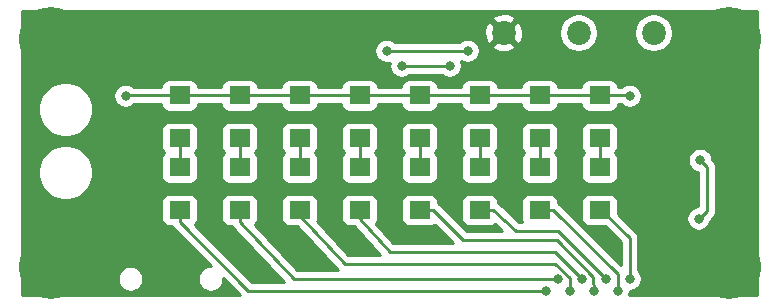
<source format=gbr>
G04 #@! TF.GenerationSoftware,KiCad,Pcbnew,(5.1.2)-2*
G04 #@! TF.CreationDate,2019-06-19T15:06:05-04:00*
G04 #@! TF.ProjectId,binary_counter,62696e61-7279-45f6-936f-756e7465722e,rev?*
G04 #@! TF.SameCoordinates,Original*
G04 #@! TF.FileFunction,Copper,L2,Bot*
G04 #@! TF.FilePolarity,Positive*
%FSLAX46Y46*%
G04 Gerber Fmt 4.6, Leading zero omitted, Abs format (unit mm)*
G04 Created by KiCad (PCBNEW (5.1.2)-2) date 2019-06-19 15:06:05*
%MOMM*%
%LPD*%
G04 APERTURE LIST*
%ADD10C,2.020000*%
%ADD11R,1.800000X1.500000*%
%ADD12C,5.410200*%
%ADD13C,0.800000*%
%ADD14C,0.250000*%
%ADD15C,0.254000*%
G04 APERTURE END LIST*
D10*
X141732000Y-104140000D03*
X148082000Y-104140000D03*
X154432000Y-104140000D03*
D11*
X149860000Y-119148000D03*
X149860000Y-115548000D03*
X144780000Y-119148000D03*
X144780000Y-115548000D03*
X139700000Y-119148000D03*
X139700000Y-115548000D03*
X134620000Y-119148000D03*
X134620000Y-115548000D03*
X129540000Y-119148000D03*
X129540000Y-115548000D03*
X124460000Y-119148000D03*
X124460000Y-115548000D03*
X119380000Y-119148000D03*
X119380000Y-115548000D03*
X114300000Y-119148000D03*
X114300000Y-115548000D03*
X149860000Y-109452000D03*
X149860000Y-113052000D03*
X144780000Y-113052000D03*
X144780000Y-109452000D03*
X139700000Y-113052000D03*
X139700000Y-109452000D03*
X134620000Y-113052000D03*
X134620000Y-109452000D03*
X129540000Y-113052000D03*
X129540000Y-109452000D03*
X124460000Y-113052000D03*
X124460000Y-109452000D03*
X119380000Y-113052000D03*
X119380000Y-109452000D03*
X114300000Y-113052000D03*
X114300000Y-109452000D03*
D12*
X103378000Y-104648000D03*
X103378000Y-123952000D03*
X160782000Y-123952000D03*
X160782000Y-104648000D03*
D13*
X141986000Y-118110000D03*
X138430000Y-111252000D03*
X130556000Y-107188000D03*
X132334000Y-118110000D03*
X109728000Y-109474000D03*
X152400000Y-109474000D03*
X158388000Y-114916000D03*
X158242000Y-119872003D03*
X133096000Y-106934000D03*
X137160000Y-106934000D03*
X138684000Y-105664000D03*
X131826000Y-105664000D03*
X152400000Y-124968000D03*
X151384000Y-125984000D03*
X150368000Y-124968000D03*
X149352000Y-125983998D03*
X148336000Y-124968000D03*
X147320000Y-125983994D03*
X146304008Y-124968004D03*
X145287996Y-125984000D03*
D14*
X149860000Y-109452000D02*
X144780000Y-109452000D01*
X144780000Y-109452000D02*
X139700000Y-109452000D01*
X139700000Y-109452000D02*
X134620000Y-109452000D01*
X134620000Y-109452000D02*
X129540000Y-109452000D01*
X129540000Y-109452000D02*
X124460000Y-109452000D01*
X124460000Y-109452000D02*
X119380000Y-109452000D01*
X119380000Y-109452000D02*
X114300000Y-109452000D01*
X114300000Y-109452000D02*
X109750000Y-109452000D01*
X109750000Y-109452000D02*
X109728000Y-109474000D01*
X149860000Y-109452000D02*
X152378000Y-109452000D01*
X152378000Y-109452000D02*
X152400000Y-109474000D01*
X158314999Y-119872003D02*
X158242000Y-119872003D01*
X158967001Y-119220001D02*
X158314999Y-119872003D01*
X158388000Y-114916000D02*
X158967001Y-115495001D01*
X158967001Y-115495001D02*
X158967001Y-119220001D01*
X133096000Y-106934000D02*
X137160000Y-106934000D01*
X114300000Y-113052000D02*
X114300000Y-115548000D01*
X119380000Y-113052000D02*
X119380000Y-115548000D01*
X124460000Y-113052000D02*
X124460000Y-115548000D01*
X129540000Y-113052000D02*
X129540000Y-115548000D01*
X134620000Y-113052000D02*
X134620000Y-115548000D01*
X139700000Y-113052000D02*
X139700000Y-115548000D01*
X144780000Y-113052000D02*
X144780000Y-115548000D01*
X149860000Y-113052000D02*
X149860000Y-115548000D01*
X131826000Y-105664000D02*
X138684000Y-105664000D01*
X150010000Y-119148000D02*
X149860000Y-119148000D01*
X152400000Y-121538000D02*
X150010000Y-119148000D01*
X152400000Y-124968000D02*
X152400000Y-121538000D01*
X145930000Y-119148000D02*
X144780000Y-119148000D01*
X151384000Y-124602000D02*
X145930000Y-119148000D01*
X151384000Y-125984000D02*
X151384000Y-124602000D01*
X140850000Y-119148000D02*
X139700000Y-119148000D01*
X142748000Y-120904000D02*
X140850000Y-119148000D01*
X150368000Y-124968000D02*
X146304000Y-120904000D01*
X146304000Y-120904000D02*
X142748000Y-120904000D01*
X135770000Y-119148000D02*
X134620000Y-119148000D01*
X138288000Y-121666000D02*
X135770000Y-119148000D01*
X146240354Y-121666000D02*
X138288000Y-121666000D01*
X149352000Y-125983998D02*
X149282000Y-124784000D01*
X149282000Y-124784000D02*
X146240354Y-121666000D01*
X129540000Y-119888000D02*
X129540000Y-119148000D01*
X146050000Y-122682000D02*
X132080000Y-122682000D01*
X132080000Y-122682000D02*
X129540000Y-119888000D01*
X146050000Y-122682000D02*
X148336000Y-124968000D01*
X124460000Y-119634000D02*
X124460000Y-119148000D01*
X128270000Y-123698000D02*
X124460000Y-119634000D01*
X146107006Y-123698000D02*
X128270000Y-123698000D01*
X147320000Y-125983994D02*
X147320000Y-124910994D01*
X147320000Y-124910994D02*
X146107006Y-123698000D01*
X119380000Y-120148000D02*
X119380000Y-119148000D01*
X146304008Y-124968004D02*
X123952000Y-124968000D01*
X123952000Y-124968000D02*
X119380000Y-120148000D01*
X114300000Y-120148000D02*
X114300000Y-119148000D01*
X120136000Y-125984000D02*
X114300000Y-120148000D01*
X145287996Y-125984000D02*
X120136000Y-125984000D01*
D15*
G36*
X163170001Y-126340000D02*
G01*
X152356816Y-126340000D01*
X152379226Y-126285898D01*
X152419000Y-126085939D01*
X152419000Y-126003000D01*
X152501939Y-126003000D01*
X152701898Y-125963226D01*
X152890256Y-125885205D01*
X153059774Y-125771937D01*
X153203937Y-125627774D01*
X153317205Y-125458256D01*
X153395226Y-125269898D01*
X153435000Y-125069939D01*
X153435000Y-124866061D01*
X153395226Y-124666102D01*
X153317205Y-124477744D01*
X153203937Y-124308226D01*
X153160000Y-124264289D01*
X153160000Y-121575322D01*
X153163676Y-121537999D01*
X153160000Y-121500676D01*
X153160000Y-121500667D01*
X153149003Y-121389014D01*
X153105546Y-121245753D01*
X153034974Y-121113724D01*
X152967106Y-121031026D01*
X152963799Y-121026996D01*
X152963795Y-121026992D01*
X152940001Y-120997999D01*
X152911008Y-120974205D01*
X151706867Y-119770064D01*
X157207000Y-119770064D01*
X157207000Y-119973942D01*
X157246774Y-120173901D01*
X157324795Y-120362259D01*
X157438063Y-120531777D01*
X157582226Y-120675940D01*
X157751744Y-120789208D01*
X157940102Y-120867229D01*
X158140061Y-120907003D01*
X158343939Y-120907003D01*
X158543898Y-120867229D01*
X158732256Y-120789208D01*
X158901774Y-120675940D01*
X159045937Y-120531777D01*
X159159205Y-120362259D01*
X159237226Y-120173901D01*
X159274303Y-119987501D01*
X159478003Y-119783801D01*
X159507002Y-119760002D01*
X159537355Y-119723017D01*
X159601975Y-119644278D01*
X159672547Y-119512248D01*
X159694388Y-119440246D01*
X159716004Y-119368987D01*
X159727001Y-119257334D01*
X159727001Y-119257325D01*
X159730677Y-119220002D01*
X159727001Y-119182679D01*
X159727001Y-115532323D01*
X159730677Y-115495000D01*
X159727001Y-115457677D01*
X159727001Y-115457668D01*
X159716004Y-115346015D01*
X159672547Y-115202754D01*
X159601976Y-115070726D01*
X159601975Y-115070724D01*
X159530800Y-114983998D01*
X159507002Y-114955000D01*
X159478005Y-114931203D01*
X159423000Y-114876198D01*
X159423000Y-114814061D01*
X159383226Y-114614102D01*
X159305205Y-114425744D01*
X159191937Y-114256226D01*
X159047774Y-114112063D01*
X158878256Y-113998795D01*
X158689898Y-113920774D01*
X158489939Y-113881000D01*
X158286061Y-113881000D01*
X158086102Y-113920774D01*
X157897744Y-113998795D01*
X157728226Y-114112063D01*
X157584063Y-114256226D01*
X157470795Y-114425744D01*
X157392774Y-114614102D01*
X157353000Y-114814061D01*
X157353000Y-115017939D01*
X157392774Y-115217898D01*
X157470795Y-115406256D01*
X157584063Y-115575774D01*
X157728226Y-115719937D01*
X157897744Y-115833205D01*
X158086102Y-115911226D01*
X158207001Y-115935274D01*
X158207002Y-118837003D01*
X158140061Y-118837003D01*
X157940102Y-118876777D01*
X157751744Y-118954798D01*
X157582226Y-119068066D01*
X157438063Y-119212229D01*
X157324795Y-119381747D01*
X157246774Y-119570105D01*
X157207000Y-119770064D01*
X151706867Y-119770064D01*
X151398072Y-119461270D01*
X151398072Y-118398000D01*
X151385812Y-118273518D01*
X151349502Y-118153820D01*
X151290537Y-118043506D01*
X151211185Y-117946815D01*
X151114494Y-117867463D01*
X151004180Y-117808498D01*
X150884482Y-117772188D01*
X150760000Y-117759928D01*
X148960000Y-117759928D01*
X148835518Y-117772188D01*
X148715820Y-117808498D01*
X148605506Y-117867463D01*
X148508815Y-117946815D01*
X148429463Y-118043506D01*
X148370498Y-118153820D01*
X148334188Y-118273518D01*
X148321928Y-118398000D01*
X148321928Y-119898000D01*
X148334188Y-120022482D01*
X148370498Y-120142180D01*
X148429463Y-120252494D01*
X148508815Y-120349185D01*
X148605506Y-120428537D01*
X148715820Y-120487502D01*
X148835518Y-120523812D01*
X148960000Y-120536072D01*
X150323270Y-120536072D01*
X151640001Y-121852804D01*
X151640000Y-123783198D01*
X146493804Y-118637003D01*
X146470001Y-118607999D01*
X146354276Y-118513026D01*
X146318072Y-118493674D01*
X146318072Y-118398000D01*
X146305812Y-118273518D01*
X146269502Y-118153820D01*
X146210537Y-118043506D01*
X146131185Y-117946815D01*
X146034494Y-117867463D01*
X145924180Y-117808498D01*
X145804482Y-117772188D01*
X145680000Y-117759928D01*
X143880000Y-117759928D01*
X143755518Y-117772188D01*
X143635820Y-117808498D01*
X143525506Y-117867463D01*
X143428815Y-117946815D01*
X143349463Y-118043506D01*
X143290498Y-118153820D01*
X143254188Y-118273518D01*
X143241928Y-118398000D01*
X143241928Y-119898000D01*
X143254188Y-120022482D01*
X143290498Y-120142180D01*
X143291471Y-120144000D01*
X143045646Y-120144000D01*
X141404407Y-118625553D01*
X141390001Y-118607999D01*
X141349567Y-118574816D01*
X141338723Y-118564783D01*
X141320742Y-118551160D01*
X141274276Y-118513026D01*
X141261151Y-118506010D01*
X141249298Y-118497030D01*
X141238072Y-118491579D01*
X141238072Y-118398000D01*
X141225812Y-118273518D01*
X141189502Y-118153820D01*
X141130537Y-118043506D01*
X141051185Y-117946815D01*
X140954494Y-117867463D01*
X140844180Y-117808498D01*
X140724482Y-117772188D01*
X140600000Y-117759928D01*
X138800000Y-117759928D01*
X138675518Y-117772188D01*
X138555820Y-117808498D01*
X138445506Y-117867463D01*
X138348815Y-117946815D01*
X138269463Y-118043506D01*
X138210498Y-118153820D01*
X138174188Y-118273518D01*
X138161928Y-118398000D01*
X138161928Y-119898000D01*
X138174188Y-120022482D01*
X138210498Y-120142180D01*
X138269463Y-120252494D01*
X138348815Y-120349185D01*
X138445506Y-120428537D01*
X138555820Y-120487502D01*
X138675518Y-120523812D01*
X138800000Y-120536072D01*
X140600000Y-120536072D01*
X140724482Y-120523812D01*
X140844180Y-120487502D01*
X140954494Y-120428537D01*
X141039543Y-120358739D01*
X141631058Y-120906000D01*
X138602802Y-120906000D01*
X136333804Y-118637003D01*
X136310001Y-118607999D01*
X136194276Y-118513026D01*
X136158072Y-118493674D01*
X136158072Y-118398000D01*
X136145812Y-118273518D01*
X136109502Y-118153820D01*
X136050537Y-118043506D01*
X135971185Y-117946815D01*
X135874494Y-117867463D01*
X135764180Y-117808498D01*
X135644482Y-117772188D01*
X135520000Y-117759928D01*
X133720000Y-117759928D01*
X133595518Y-117772188D01*
X133475820Y-117808498D01*
X133365506Y-117867463D01*
X133268815Y-117946815D01*
X133189463Y-118043506D01*
X133130498Y-118153820D01*
X133094188Y-118273518D01*
X133081928Y-118398000D01*
X133081928Y-119898000D01*
X133094188Y-120022482D01*
X133130498Y-120142180D01*
X133189463Y-120252494D01*
X133268815Y-120349185D01*
X133365506Y-120428537D01*
X133475820Y-120487502D01*
X133595518Y-120523812D01*
X133720000Y-120536072D01*
X135520000Y-120536072D01*
X135644482Y-120523812D01*
X135764180Y-120487502D01*
X135874494Y-120428537D01*
X135930101Y-120382902D01*
X137469198Y-121922000D01*
X132416201Y-121922000D01*
X130936344Y-120294158D01*
X130970537Y-120252494D01*
X131029502Y-120142180D01*
X131065812Y-120022482D01*
X131078072Y-119898000D01*
X131078072Y-118398000D01*
X131065812Y-118273518D01*
X131029502Y-118153820D01*
X130970537Y-118043506D01*
X130891185Y-117946815D01*
X130794494Y-117867463D01*
X130684180Y-117808498D01*
X130564482Y-117772188D01*
X130440000Y-117759928D01*
X128640000Y-117759928D01*
X128515518Y-117772188D01*
X128395820Y-117808498D01*
X128285506Y-117867463D01*
X128188815Y-117946815D01*
X128109463Y-118043506D01*
X128050498Y-118153820D01*
X128014188Y-118273518D01*
X128001928Y-118398000D01*
X128001928Y-119898000D01*
X128014188Y-120022482D01*
X128050498Y-120142180D01*
X128109463Y-120252494D01*
X128188815Y-120349185D01*
X128285506Y-120428537D01*
X128395820Y-120487502D01*
X128515518Y-120523812D01*
X128640000Y-120536072D01*
X129102047Y-120536072D01*
X131285617Y-122938000D01*
X128599256Y-122938000D01*
X125956511Y-120119073D01*
X125985812Y-120022482D01*
X125998072Y-119898000D01*
X125998072Y-118398000D01*
X125985812Y-118273518D01*
X125949502Y-118153820D01*
X125890537Y-118043506D01*
X125811185Y-117946815D01*
X125714494Y-117867463D01*
X125604180Y-117808498D01*
X125484482Y-117772188D01*
X125360000Y-117759928D01*
X123560000Y-117759928D01*
X123435518Y-117772188D01*
X123315820Y-117808498D01*
X123205506Y-117867463D01*
X123108815Y-117946815D01*
X123029463Y-118043506D01*
X122970498Y-118153820D01*
X122934188Y-118273518D01*
X122921928Y-118398000D01*
X122921928Y-119898000D01*
X122934188Y-120022482D01*
X122970498Y-120142180D01*
X123029463Y-120252494D01*
X123108815Y-120349185D01*
X123205506Y-120428537D01*
X123315820Y-120487502D01*
X123435518Y-120523812D01*
X123560000Y-120536072D01*
X124263937Y-120536072D01*
X127698419Y-124199520D01*
X127705379Y-124208001D01*
X124278620Y-124208000D01*
X120667739Y-120401254D01*
X120731185Y-120349185D01*
X120810537Y-120252494D01*
X120869502Y-120142180D01*
X120905812Y-120022482D01*
X120918072Y-119898000D01*
X120918072Y-118398000D01*
X120905812Y-118273518D01*
X120869502Y-118153820D01*
X120810537Y-118043506D01*
X120731185Y-117946815D01*
X120634494Y-117867463D01*
X120524180Y-117808498D01*
X120404482Y-117772188D01*
X120280000Y-117759928D01*
X118480000Y-117759928D01*
X118355518Y-117772188D01*
X118235820Y-117808498D01*
X118125506Y-117867463D01*
X118028815Y-117946815D01*
X117949463Y-118043506D01*
X117890498Y-118153820D01*
X117854188Y-118273518D01*
X117841928Y-118398000D01*
X117841928Y-119898000D01*
X117854188Y-120022482D01*
X117890498Y-120142180D01*
X117949463Y-120252494D01*
X118028815Y-120349185D01*
X118125506Y-120428537D01*
X118235820Y-120487502D01*
X118355518Y-120523812D01*
X118480000Y-120536072D01*
X118724381Y-120536072D01*
X118734048Y-120555367D01*
X118740258Y-120563355D01*
X118745026Y-120572275D01*
X118786151Y-120622387D01*
X118802909Y-120643942D01*
X118809823Y-120651231D01*
X118839999Y-120688001D01*
X118861223Y-120705419D01*
X123147312Y-125224000D01*
X120450802Y-125224000D01*
X115609882Y-120383081D01*
X115651185Y-120349185D01*
X115730537Y-120252494D01*
X115789502Y-120142180D01*
X115825812Y-120022482D01*
X115838072Y-119898000D01*
X115838072Y-118398000D01*
X115825812Y-118273518D01*
X115789502Y-118153820D01*
X115730537Y-118043506D01*
X115651185Y-117946815D01*
X115554494Y-117867463D01*
X115444180Y-117808498D01*
X115324482Y-117772188D01*
X115200000Y-117759928D01*
X113400000Y-117759928D01*
X113275518Y-117772188D01*
X113155820Y-117808498D01*
X113045506Y-117867463D01*
X112948815Y-117946815D01*
X112869463Y-118043506D01*
X112810498Y-118153820D01*
X112774188Y-118273518D01*
X112761928Y-118398000D01*
X112761928Y-119898000D01*
X112774188Y-120022482D01*
X112810498Y-120142180D01*
X112869463Y-120252494D01*
X112948815Y-120349185D01*
X113045506Y-120428537D01*
X113155820Y-120487502D01*
X113275518Y-120523812D01*
X113400000Y-120536072D01*
X113645674Y-120536072D01*
X113665026Y-120572276D01*
X113675120Y-120584575D01*
X113759999Y-120688001D01*
X113789003Y-120711804D01*
X116960198Y-123883000D01*
X116831137Y-123883000D01*
X116621517Y-123924696D01*
X116424060Y-124006485D01*
X116246353Y-124125225D01*
X116095225Y-124276353D01*
X115976485Y-124454060D01*
X115894696Y-124651517D01*
X115853000Y-124861137D01*
X115853000Y-125074863D01*
X115894696Y-125284483D01*
X115976485Y-125481940D01*
X116095225Y-125659647D01*
X116246353Y-125810775D01*
X116424060Y-125929515D01*
X116621517Y-126011304D01*
X116831137Y-126053000D01*
X117044863Y-126053000D01*
X117254483Y-126011304D01*
X117451940Y-125929515D01*
X117629647Y-125810775D01*
X117780775Y-125659647D01*
X117899515Y-125481940D01*
X117981304Y-125284483D01*
X118023000Y-125074863D01*
X118023000Y-124945802D01*
X119417198Y-126340000D01*
X100990000Y-126340000D01*
X100990000Y-124861137D01*
X109053000Y-124861137D01*
X109053000Y-125074863D01*
X109094696Y-125284483D01*
X109176485Y-125481940D01*
X109295225Y-125659647D01*
X109446353Y-125810775D01*
X109624060Y-125929515D01*
X109821517Y-126011304D01*
X110031137Y-126053000D01*
X110244863Y-126053000D01*
X110454483Y-126011304D01*
X110651940Y-125929515D01*
X110829647Y-125810775D01*
X110980775Y-125659647D01*
X111099515Y-125481940D01*
X111181304Y-125284483D01*
X111223000Y-125074863D01*
X111223000Y-124861137D01*
X111181304Y-124651517D01*
X111099515Y-124454060D01*
X110980775Y-124276353D01*
X110829647Y-124125225D01*
X110651940Y-124006485D01*
X110454483Y-123924696D01*
X110244863Y-123883000D01*
X110031137Y-123883000D01*
X109821517Y-123924696D01*
X109624060Y-124006485D01*
X109446353Y-124125225D01*
X109295225Y-124276353D01*
X109176485Y-124454060D01*
X109094696Y-124651517D01*
X109053000Y-124861137D01*
X100990000Y-124861137D01*
X100990000Y-115724023D01*
X102313000Y-115724023D01*
X102313000Y-116183977D01*
X102402733Y-116635094D01*
X102578750Y-117060037D01*
X102834287Y-117442476D01*
X103159524Y-117767713D01*
X103541963Y-118023250D01*
X103966906Y-118199267D01*
X104418023Y-118289000D01*
X104877977Y-118289000D01*
X105329094Y-118199267D01*
X105754037Y-118023250D01*
X106136476Y-117767713D01*
X106461713Y-117442476D01*
X106717250Y-117060037D01*
X106893267Y-116635094D01*
X106983000Y-116183977D01*
X106983000Y-115724023D01*
X106893267Y-115272906D01*
X106717250Y-114847963D01*
X106461713Y-114465524D01*
X106136476Y-114140287D01*
X105754037Y-113884750D01*
X105329094Y-113708733D01*
X104877977Y-113619000D01*
X104418023Y-113619000D01*
X103966906Y-113708733D01*
X103541963Y-113884750D01*
X103159524Y-114140287D01*
X102834287Y-114465524D01*
X102578750Y-114847963D01*
X102402733Y-115272906D01*
X102313000Y-115724023D01*
X100990000Y-115724023D01*
X100990000Y-110384023D01*
X102313000Y-110384023D01*
X102313000Y-110843977D01*
X102402733Y-111295094D01*
X102578750Y-111720037D01*
X102834287Y-112102476D01*
X103159524Y-112427713D01*
X103541963Y-112683250D01*
X103966906Y-112859267D01*
X104418023Y-112949000D01*
X104877977Y-112949000D01*
X105329094Y-112859267D01*
X105754037Y-112683250D01*
X106136476Y-112427713D01*
X106262189Y-112302000D01*
X112761928Y-112302000D01*
X112761928Y-113802000D01*
X112774188Y-113926482D01*
X112810498Y-114046180D01*
X112869463Y-114156494D01*
X112948815Y-114253185D01*
X113005859Y-114300000D01*
X112948815Y-114346815D01*
X112869463Y-114443506D01*
X112810498Y-114553820D01*
X112774188Y-114673518D01*
X112761928Y-114798000D01*
X112761928Y-116298000D01*
X112774188Y-116422482D01*
X112810498Y-116542180D01*
X112869463Y-116652494D01*
X112948815Y-116749185D01*
X113045506Y-116828537D01*
X113155820Y-116887502D01*
X113275518Y-116923812D01*
X113400000Y-116936072D01*
X115200000Y-116936072D01*
X115324482Y-116923812D01*
X115444180Y-116887502D01*
X115554494Y-116828537D01*
X115651185Y-116749185D01*
X115730537Y-116652494D01*
X115789502Y-116542180D01*
X115825812Y-116422482D01*
X115838072Y-116298000D01*
X115838072Y-114798000D01*
X115825812Y-114673518D01*
X115789502Y-114553820D01*
X115730537Y-114443506D01*
X115651185Y-114346815D01*
X115594141Y-114300000D01*
X115651185Y-114253185D01*
X115730537Y-114156494D01*
X115789502Y-114046180D01*
X115825812Y-113926482D01*
X115838072Y-113802000D01*
X115838072Y-112302000D01*
X117841928Y-112302000D01*
X117841928Y-113802000D01*
X117854188Y-113926482D01*
X117890498Y-114046180D01*
X117949463Y-114156494D01*
X118028815Y-114253185D01*
X118085859Y-114300000D01*
X118028815Y-114346815D01*
X117949463Y-114443506D01*
X117890498Y-114553820D01*
X117854188Y-114673518D01*
X117841928Y-114798000D01*
X117841928Y-116298000D01*
X117854188Y-116422482D01*
X117890498Y-116542180D01*
X117949463Y-116652494D01*
X118028815Y-116749185D01*
X118125506Y-116828537D01*
X118235820Y-116887502D01*
X118355518Y-116923812D01*
X118480000Y-116936072D01*
X120280000Y-116936072D01*
X120404482Y-116923812D01*
X120524180Y-116887502D01*
X120634494Y-116828537D01*
X120731185Y-116749185D01*
X120810537Y-116652494D01*
X120869502Y-116542180D01*
X120905812Y-116422482D01*
X120918072Y-116298000D01*
X120918072Y-114798000D01*
X120905812Y-114673518D01*
X120869502Y-114553820D01*
X120810537Y-114443506D01*
X120731185Y-114346815D01*
X120674141Y-114300000D01*
X120731185Y-114253185D01*
X120810537Y-114156494D01*
X120869502Y-114046180D01*
X120905812Y-113926482D01*
X120918072Y-113802000D01*
X120918072Y-112302000D01*
X122921928Y-112302000D01*
X122921928Y-113802000D01*
X122934188Y-113926482D01*
X122970498Y-114046180D01*
X123029463Y-114156494D01*
X123108815Y-114253185D01*
X123165859Y-114300000D01*
X123108815Y-114346815D01*
X123029463Y-114443506D01*
X122970498Y-114553820D01*
X122934188Y-114673518D01*
X122921928Y-114798000D01*
X122921928Y-116298000D01*
X122934188Y-116422482D01*
X122970498Y-116542180D01*
X123029463Y-116652494D01*
X123108815Y-116749185D01*
X123205506Y-116828537D01*
X123315820Y-116887502D01*
X123435518Y-116923812D01*
X123560000Y-116936072D01*
X125360000Y-116936072D01*
X125484482Y-116923812D01*
X125604180Y-116887502D01*
X125714494Y-116828537D01*
X125811185Y-116749185D01*
X125890537Y-116652494D01*
X125949502Y-116542180D01*
X125985812Y-116422482D01*
X125998072Y-116298000D01*
X125998072Y-114798000D01*
X125985812Y-114673518D01*
X125949502Y-114553820D01*
X125890537Y-114443506D01*
X125811185Y-114346815D01*
X125754141Y-114300000D01*
X125811185Y-114253185D01*
X125890537Y-114156494D01*
X125949502Y-114046180D01*
X125985812Y-113926482D01*
X125998072Y-113802000D01*
X125998072Y-112302000D01*
X128001928Y-112302000D01*
X128001928Y-113802000D01*
X128014188Y-113926482D01*
X128050498Y-114046180D01*
X128109463Y-114156494D01*
X128188815Y-114253185D01*
X128245859Y-114300000D01*
X128188815Y-114346815D01*
X128109463Y-114443506D01*
X128050498Y-114553820D01*
X128014188Y-114673518D01*
X128001928Y-114798000D01*
X128001928Y-116298000D01*
X128014188Y-116422482D01*
X128050498Y-116542180D01*
X128109463Y-116652494D01*
X128188815Y-116749185D01*
X128285506Y-116828537D01*
X128395820Y-116887502D01*
X128515518Y-116923812D01*
X128640000Y-116936072D01*
X130440000Y-116936072D01*
X130564482Y-116923812D01*
X130684180Y-116887502D01*
X130794494Y-116828537D01*
X130891185Y-116749185D01*
X130970537Y-116652494D01*
X131029502Y-116542180D01*
X131065812Y-116422482D01*
X131078072Y-116298000D01*
X131078072Y-114798000D01*
X131065812Y-114673518D01*
X131029502Y-114553820D01*
X130970537Y-114443506D01*
X130891185Y-114346815D01*
X130834141Y-114300000D01*
X130891185Y-114253185D01*
X130970537Y-114156494D01*
X131029502Y-114046180D01*
X131065812Y-113926482D01*
X131078072Y-113802000D01*
X131078072Y-112302000D01*
X133081928Y-112302000D01*
X133081928Y-113802000D01*
X133094188Y-113926482D01*
X133130498Y-114046180D01*
X133189463Y-114156494D01*
X133268815Y-114253185D01*
X133325859Y-114300000D01*
X133268815Y-114346815D01*
X133189463Y-114443506D01*
X133130498Y-114553820D01*
X133094188Y-114673518D01*
X133081928Y-114798000D01*
X133081928Y-116298000D01*
X133094188Y-116422482D01*
X133130498Y-116542180D01*
X133189463Y-116652494D01*
X133268815Y-116749185D01*
X133365506Y-116828537D01*
X133475820Y-116887502D01*
X133595518Y-116923812D01*
X133720000Y-116936072D01*
X135520000Y-116936072D01*
X135644482Y-116923812D01*
X135764180Y-116887502D01*
X135874494Y-116828537D01*
X135971185Y-116749185D01*
X136050537Y-116652494D01*
X136109502Y-116542180D01*
X136145812Y-116422482D01*
X136158072Y-116298000D01*
X136158072Y-114798000D01*
X136145812Y-114673518D01*
X136109502Y-114553820D01*
X136050537Y-114443506D01*
X135971185Y-114346815D01*
X135914141Y-114300000D01*
X135971185Y-114253185D01*
X136050537Y-114156494D01*
X136109502Y-114046180D01*
X136145812Y-113926482D01*
X136158072Y-113802000D01*
X136158072Y-112302000D01*
X138161928Y-112302000D01*
X138161928Y-113802000D01*
X138174188Y-113926482D01*
X138210498Y-114046180D01*
X138269463Y-114156494D01*
X138348815Y-114253185D01*
X138405859Y-114300000D01*
X138348815Y-114346815D01*
X138269463Y-114443506D01*
X138210498Y-114553820D01*
X138174188Y-114673518D01*
X138161928Y-114798000D01*
X138161928Y-116298000D01*
X138174188Y-116422482D01*
X138210498Y-116542180D01*
X138269463Y-116652494D01*
X138348815Y-116749185D01*
X138445506Y-116828537D01*
X138555820Y-116887502D01*
X138675518Y-116923812D01*
X138800000Y-116936072D01*
X140600000Y-116936072D01*
X140724482Y-116923812D01*
X140844180Y-116887502D01*
X140954494Y-116828537D01*
X141051185Y-116749185D01*
X141130537Y-116652494D01*
X141189502Y-116542180D01*
X141225812Y-116422482D01*
X141238072Y-116298000D01*
X141238072Y-114798000D01*
X141225812Y-114673518D01*
X141189502Y-114553820D01*
X141130537Y-114443506D01*
X141051185Y-114346815D01*
X140994141Y-114300000D01*
X141051185Y-114253185D01*
X141130537Y-114156494D01*
X141189502Y-114046180D01*
X141225812Y-113926482D01*
X141238072Y-113802000D01*
X141238072Y-112302000D01*
X143241928Y-112302000D01*
X143241928Y-113802000D01*
X143254188Y-113926482D01*
X143290498Y-114046180D01*
X143349463Y-114156494D01*
X143428815Y-114253185D01*
X143485859Y-114300000D01*
X143428815Y-114346815D01*
X143349463Y-114443506D01*
X143290498Y-114553820D01*
X143254188Y-114673518D01*
X143241928Y-114798000D01*
X143241928Y-116298000D01*
X143254188Y-116422482D01*
X143290498Y-116542180D01*
X143349463Y-116652494D01*
X143428815Y-116749185D01*
X143525506Y-116828537D01*
X143635820Y-116887502D01*
X143755518Y-116923812D01*
X143880000Y-116936072D01*
X145680000Y-116936072D01*
X145804482Y-116923812D01*
X145924180Y-116887502D01*
X146034494Y-116828537D01*
X146131185Y-116749185D01*
X146210537Y-116652494D01*
X146269502Y-116542180D01*
X146305812Y-116422482D01*
X146318072Y-116298000D01*
X146318072Y-114798000D01*
X146305812Y-114673518D01*
X146269502Y-114553820D01*
X146210537Y-114443506D01*
X146131185Y-114346815D01*
X146074141Y-114300000D01*
X146131185Y-114253185D01*
X146210537Y-114156494D01*
X146269502Y-114046180D01*
X146305812Y-113926482D01*
X146318072Y-113802000D01*
X146318072Y-112302000D01*
X148321928Y-112302000D01*
X148321928Y-113802000D01*
X148334188Y-113926482D01*
X148370498Y-114046180D01*
X148429463Y-114156494D01*
X148508815Y-114253185D01*
X148565859Y-114300000D01*
X148508815Y-114346815D01*
X148429463Y-114443506D01*
X148370498Y-114553820D01*
X148334188Y-114673518D01*
X148321928Y-114798000D01*
X148321928Y-116298000D01*
X148334188Y-116422482D01*
X148370498Y-116542180D01*
X148429463Y-116652494D01*
X148508815Y-116749185D01*
X148605506Y-116828537D01*
X148715820Y-116887502D01*
X148835518Y-116923812D01*
X148960000Y-116936072D01*
X150760000Y-116936072D01*
X150884482Y-116923812D01*
X151004180Y-116887502D01*
X151114494Y-116828537D01*
X151211185Y-116749185D01*
X151290537Y-116652494D01*
X151349502Y-116542180D01*
X151385812Y-116422482D01*
X151398072Y-116298000D01*
X151398072Y-114798000D01*
X151385812Y-114673518D01*
X151349502Y-114553820D01*
X151290537Y-114443506D01*
X151211185Y-114346815D01*
X151154141Y-114300000D01*
X151211185Y-114253185D01*
X151290537Y-114156494D01*
X151349502Y-114046180D01*
X151385812Y-113926482D01*
X151398072Y-113802000D01*
X151398072Y-112302000D01*
X151385812Y-112177518D01*
X151349502Y-112057820D01*
X151290537Y-111947506D01*
X151211185Y-111850815D01*
X151114494Y-111771463D01*
X151004180Y-111712498D01*
X150884482Y-111676188D01*
X150760000Y-111663928D01*
X148960000Y-111663928D01*
X148835518Y-111676188D01*
X148715820Y-111712498D01*
X148605506Y-111771463D01*
X148508815Y-111850815D01*
X148429463Y-111947506D01*
X148370498Y-112057820D01*
X148334188Y-112177518D01*
X148321928Y-112302000D01*
X146318072Y-112302000D01*
X146305812Y-112177518D01*
X146269502Y-112057820D01*
X146210537Y-111947506D01*
X146131185Y-111850815D01*
X146034494Y-111771463D01*
X145924180Y-111712498D01*
X145804482Y-111676188D01*
X145680000Y-111663928D01*
X143880000Y-111663928D01*
X143755518Y-111676188D01*
X143635820Y-111712498D01*
X143525506Y-111771463D01*
X143428815Y-111850815D01*
X143349463Y-111947506D01*
X143290498Y-112057820D01*
X143254188Y-112177518D01*
X143241928Y-112302000D01*
X141238072Y-112302000D01*
X141225812Y-112177518D01*
X141189502Y-112057820D01*
X141130537Y-111947506D01*
X141051185Y-111850815D01*
X140954494Y-111771463D01*
X140844180Y-111712498D01*
X140724482Y-111676188D01*
X140600000Y-111663928D01*
X138800000Y-111663928D01*
X138675518Y-111676188D01*
X138555820Y-111712498D01*
X138445506Y-111771463D01*
X138348815Y-111850815D01*
X138269463Y-111947506D01*
X138210498Y-112057820D01*
X138174188Y-112177518D01*
X138161928Y-112302000D01*
X136158072Y-112302000D01*
X136145812Y-112177518D01*
X136109502Y-112057820D01*
X136050537Y-111947506D01*
X135971185Y-111850815D01*
X135874494Y-111771463D01*
X135764180Y-111712498D01*
X135644482Y-111676188D01*
X135520000Y-111663928D01*
X133720000Y-111663928D01*
X133595518Y-111676188D01*
X133475820Y-111712498D01*
X133365506Y-111771463D01*
X133268815Y-111850815D01*
X133189463Y-111947506D01*
X133130498Y-112057820D01*
X133094188Y-112177518D01*
X133081928Y-112302000D01*
X131078072Y-112302000D01*
X131065812Y-112177518D01*
X131029502Y-112057820D01*
X130970537Y-111947506D01*
X130891185Y-111850815D01*
X130794494Y-111771463D01*
X130684180Y-111712498D01*
X130564482Y-111676188D01*
X130440000Y-111663928D01*
X128640000Y-111663928D01*
X128515518Y-111676188D01*
X128395820Y-111712498D01*
X128285506Y-111771463D01*
X128188815Y-111850815D01*
X128109463Y-111947506D01*
X128050498Y-112057820D01*
X128014188Y-112177518D01*
X128001928Y-112302000D01*
X125998072Y-112302000D01*
X125985812Y-112177518D01*
X125949502Y-112057820D01*
X125890537Y-111947506D01*
X125811185Y-111850815D01*
X125714494Y-111771463D01*
X125604180Y-111712498D01*
X125484482Y-111676188D01*
X125360000Y-111663928D01*
X123560000Y-111663928D01*
X123435518Y-111676188D01*
X123315820Y-111712498D01*
X123205506Y-111771463D01*
X123108815Y-111850815D01*
X123029463Y-111947506D01*
X122970498Y-112057820D01*
X122934188Y-112177518D01*
X122921928Y-112302000D01*
X120918072Y-112302000D01*
X120905812Y-112177518D01*
X120869502Y-112057820D01*
X120810537Y-111947506D01*
X120731185Y-111850815D01*
X120634494Y-111771463D01*
X120524180Y-111712498D01*
X120404482Y-111676188D01*
X120280000Y-111663928D01*
X118480000Y-111663928D01*
X118355518Y-111676188D01*
X118235820Y-111712498D01*
X118125506Y-111771463D01*
X118028815Y-111850815D01*
X117949463Y-111947506D01*
X117890498Y-112057820D01*
X117854188Y-112177518D01*
X117841928Y-112302000D01*
X115838072Y-112302000D01*
X115825812Y-112177518D01*
X115789502Y-112057820D01*
X115730537Y-111947506D01*
X115651185Y-111850815D01*
X115554494Y-111771463D01*
X115444180Y-111712498D01*
X115324482Y-111676188D01*
X115200000Y-111663928D01*
X113400000Y-111663928D01*
X113275518Y-111676188D01*
X113155820Y-111712498D01*
X113045506Y-111771463D01*
X112948815Y-111850815D01*
X112869463Y-111947506D01*
X112810498Y-112057820D01*
X112774188Y-112177518D01*
X112761928Y-112302000D01*
X106262189Y-112302000D01*
X106461713Y-112102476D01*
X106717250Y-111720037D01*
X106893267Y-111295094D01*
X106983000Y-110843977D01*
X106983000Y-110384023D01*
X106893267Y-109932906D01*
X106717250Y-109507963D01*
X106626444Y-109372061D01*
X108693000Y-109372061D01*
X108693000Y-109575939D01*
X108732774Y-109775898D01*
X108810795Y-109964256D01*
X108924063Y-110133774D01*
X109068226Y-110277937D01*
X109237744Y-110391205D01*
X109426102Y-110469226D01*
X109626061Y-110509000D01*
X109829939Y-110509000D01*
X110029898Y-110469226D01*
X110218256Y-110391205D01*
X110387774Y-110277937D01*
X110453711Y-110212000D01*
X112762913Y-110212000D01*
X112774188Y-110326482D01*
X112810498Y-110446180D01*
X112869463Y-110556494D01*
X112948815Y-110653185D01*
X113045506Y-110732537D01*
X113155820Y-110791502D01*
X113275518Y-110827812D01*
X113400000Y-110840072D01*
X115200000Y-110840072D01*
X115324482Y-110827812D01*
X115444180Y-110791502D01*
X115554494Y-110732537D01*
X115651185Y-110653185D01*
X115730537Y-110556494D01*
X115789502Y-110446180D01*
X115825812Y-110326482D01*
X115837087Y-110212000D01*
X117842913Y-110212000D01*
X117854188Y-110326482D01*
X117890498Y-110446180D01*
X117949463Y-110556494D01*
X118028815Y-110653185D01*
X118125506Y-110732537D01*
X118235820Y-110791502D01*
X118355518Y-110827812D01*
X118480000Y-110840072D01*
X120280000Y-110840072D01*
X120404482Y-110827812D01*
X120524180Y-110791502D01*
X120634494Y-110732537D01*
X120731185Y-110653185D01*
X120810537Y-110556494D01*
X120869502Y-110446180D01*
X120905812Y-110326482D01*
X120917087Y-110212000D01*
X122922913Y-110212000D01*
X122934188Y-110326482D01*
X122970498Y-110446180D01*
X123029463Y-110556494D01*
X123108815Y-110653185D01*
X123205506Y-110732537D01*
X123315820Y-110791502D01*
X123435518Y-110827812D01*
X123560000Y-110840072D01*
X125360000Y-110840072D01*
X125484482Y-110827812D01*
X125604180Y-110791502D01*
X125714494Y-110732537D01*
X125811185Y-110653185D01*
X125890537Y-110556494D01*
X125949502Y-110446180D01*
X125985812Y-110326482D01*
X125997087Y-110212000D01*
X128002913Y-110212000D01*
X128014188Y-110326482D01*
X128050498Y-110446180D01*
X128109463Y-110556494D01*
X128188815Y-110653185D01*
X128285506Y-110732537D01*
X128395820Y-110791502D01*
X128515518Y-110827812D01*
X128640000Y-110840072D01*
X130440000Y-110840072D01*
X130564482Y-110827812D01*
X130684180Y-110791502D01*
X130794494Y-110732537D01*
X130891185Y-110653185D01*
X130970537Y-110556494D01*
X131029502Y-110446180D01*
X131065812Y-110326482D01*
X131077087Y-110212000D01*
X133082913Y-110212000D01*
X133094188Y-110326482D01*
X133130498Y-110446180D01*
X133189463Y-110556494D01*
X133268815Y-110653185D01*
X133365506Y-110732537D01*
X133475820Y-110791502D01*
X133595518Y-110827812D01*
X133720000Y-110840072D01*
X135520000Y-110840072D01*
X135644482Y-110827812D01*
X135764180Y-110791502D01*
X135874494Y-110732537D01*
X135971185Y-110653185D01*
X136050537Y-110556494D01*
X136109502Y-110446180D01*
X136145812Y-110326482D01*
X136157087Y-110212000D01*
X138162913Y-110212000D01*
X138174188Y-110326482D01*
X138210498Y-110446180D01*
X138269463Y-110556494D01*
X138348815Y-110653185D01*
X138445506Y-110732537D01*
X138555820Y-110791502D01*
X138675518Y-110827812D01*
X138800000Y-110840072D01*
X140600000Y-110840072D01*
X140724482Y-110827812D01*
X140844180Y-110791502D01*
X140954494Y-110732537D01*
X141051185Y-110653185D01*
X141130537Y-110556494D01*
X141189502Y-110446180D01*
X141225812Y-110326482D01*
X141237087Y-110212000D01*
X143242913Y-110212000D01*
X143254188Y-110326482D01*
X143290498Y-110446180D01*
X143349463Y-110556494D01*
X143428815Y-110653185D01*
X143525506Y-110732537D01*
X143635820Y-110791502D01*
X143755518Y-110827812D01*
X143880000Y-110840072D01*
X145680000Y-110840072D01*
X145804482Y-110827812D01*
X145924180Y-110791502D01*
X146034494Y-110732537D01*
X146131185Y-110653185D01*
X146210537Y-110556494D01*
X146269502Y-110446180D01*
X146305812Y-110326482D01*
X146317087Y-110212000D01*
X148322913Y-110212000D01*
X148334188Y-110326482D01*
X148370498Y-110446180D01*
X148429463Y-110556494D01*
X148508815Y-110653185D01*
X148605506Y-110732537D01*
X148715820Y-110791502D01*
X148835518Y-110827812D01*
X148960000Y-110840072D01*
X150760000Y-110840072D01*
X150884482Y-110827812D01*
X151004180Y-110791502D01*
X151114494Y-110732537D01*
X151211185Y-110653185D01*
X151290537Y-110556494D01*
X151349502Y-110446180D01*
X151385812Y-110326482D01*
X151397087Y-110212000D01*
X151674289Y-110212000D01*
X151740226Y-110277937D01*
X151909744Y-110391205D01*
X152098102Y-110469226D01*
X152298061Y-110509000D01*
X152501939Y-110509000D01*
X152701898Y-110469226D01*
X152890256Y-110391205D01*
X153059774Y-110277937D01*
X153203937Y-110133774D01*
X153317205Y-109964256D01*
X153395226Y-109775898D01*
X153435000Y-109575939D01*
X153435000Y-109372061D01*
X153395226Y-109172102D01*
X153317205Y-108983744D01*
X153203937Y-108814226D01*
X153059774Y-108670063D01*
X152890256Y-108556795D01*
X152701898Y-108478774D01*
X152501939Y-108439000D01*
X152298061Y-108439000D01*
X152098102Y-108478774D01*
X151909744Y-108556795D01*
X151740226Y-108670063D01*
X151718289Y-108692000D01*
X151397087Y-108692000D01*
X151385812Y-108577518D01*
X151349502Y-108457820D01*
X151290537Y-108347506D01*
X151211185Y-108250815D01*
X151114494Y-108171463D01*
X151004180Y-108112498D01*
X150884482Y-108076188D01*
X150760000Y-108063928D01*
X148960000Y-108063928D01*
X148835518Y-108076188D01*
X148715820Y-108112498D01*
X148605506Y-108171463D01*
X148508815Y-108250815D01*
X148429463Y-108347506D01*
X148370498Y-108457820D01*
X148334188Y-108577518D01*
X148322913Y-108692000D01*
X146317087Y-108692000D01*
X146305812Y-108577518D01*
X146269502Y-108457820D01*
X146210537Y-108347506D01*
X146131185Y-108250815D01*
X146034494Y-108171463D01*
X145924180Y-108112498D01*
X145804482Y-108076188D01*
X145680000Y-108063928D01*
X143880000Y-108063928D01*
X143755518Y-108076188D01*
X143635820Y-108112498D01*
X143525506Y-108171463D01*
X143428815Y-108250815D01*
X143349463Y-108347506D01*
X143290498Y-108457820D01*
X143254188Y-108577518D01*
X143242913Y-108692000D01*
X141237087Y-108692000D01*
X141225812Y-108577518D01*
X141189502Y-108457820D01*
X141130537Y-108347506D01*
X141051185Y-108250815D01*
X140954494Y-108171463D01*
X140844180Y-108112498D01*
X140724482Y-108076188D01*
X140600000Y-108063928D01*
X138800000Y-108063928D01*
X138675518Y-108076188D01*
X138555820Y-108112498D01*
X138445506Y-108171463D01*
X138348815Y-108250815D01*
X138269463Y-108347506D01*
X138210498Y-108457820D01*
X138174188Y-108577518D01*
X138162913Y-108692000D01*
X136157087Y-108692000D01*
X136145812Y-108577518D01*
X136109502Y-108457820D01*
X136050537Y-108347506D01*
X135971185Y-108250815D01*
X135874494Y-108171463D01*
X135764180Y-108112498D01*
X135644482Y-108076188D01*
X135520000Y-108063928D01*
X133720000Y-108063928D01*
X133595518Y-108076188D01*
X133475820Y-108112498D01*
X133365506Y-108171463D01*
X133268815Y-108250815D01*
X133189463Y-108347506D01*
X133130498Y-108457820D01*
X133094188Y-108577518D01*
X133082913Y-108692000D01*
X131077087Y-108692000D01*
X131065812Y-108577518D01*
X131029502Y-108457820D01*
X130970537Y-108347506D01*
X130891185Y-108250815D01*
X130794494Y-108171463D01*
X130684180Y-108112498D01*
X130564482Y-108076188D01*
X130440000Y-108063928D01*
X128640000Y-108063928D01*
X128515518Y-108076188D01*
X128395820Y-108112498D01*
X128285506Y-108171463D01*
X128188815Y-108250815D01*
X128109463Y-108347506D01*
X128050498Y-108457820D01*
X128014188Y-108577518D01*
X128002913Y-108692000D01*
X125997087Y-108692000D01*
X125985812Y-108577518D01*
X125949502Y-108457820D01*
X125890537Y-108347506D01*
X125811185Y-108250815D01*
X125714494Y-108171463D01*
X125604180Y-108112498D01*
X125484482Y-108076188D01*
X125360000Y-108063928D01*
X123560000Y-108063928D01*
X123435518Y-108076188D01*
X123315820Y-108112498D01*
X123205506Y-108171463D01*
X123108815Y-108250815D01*
X123029463Y-108347506D01*
X122970498Y-108457820D01*
X122934188Y-108577518D01*
X122922913Y-108692000D01*
X120917087Y-108692000D01*
X120905812Y-108577518D01*
X120869502Y-108457820D01*
X120810537Y-108347506D01*
X120731185Y-108250815D01*
X120634494Y-108171463D01*
X120524180Y-108112498D01*
X120404482Y-108076188D01*
X120280000Y-108063928D01*
X118480000Y-108063928D01*
X118355518Y-108076188D01*
X118235820Y-108112498D01*
X118125506Y-108171463D01*
X118028815Y-108250815D01*
X117949463Y-108347506D01*
X117890498Y-108457820D01*
X117854188Y-108577518D01*
X117842913Y-108692000D01*
X115837087Y-108692000D01*
X115825812Y-108577518D01*
X115789502Y-108457820D01*
X115730537Y-108347506D01*
X115651185Y-108250815D01*
X115554494Y-108171463D01*
X115444180Y-108112498D01*
X115324482Y-108076188D01*
X115200000Y-108063928D01*
X113400000Y-108063928D01*
X113275518Y-108076188D01*
X113155820Y-108112498D01*
X113045506Y-108171463D01*
X112948815Y-108250815D01*
X112869463Y-108347506D01*
X112810498Y-108457820D01*
X112774188Y-108577518D01*
X112762913Y-108692000D01*
X110409711Y-108692000D01*
X110387774Y-108670063D01*
X110218256Y-108556795D01*
X110029898Y-108478774D01*
X109829939Y-108439000D01*
X109626061Y-108439000D01*
X109426102Y-108478774D01*
X109237744Y-108556795D01*
X109068226Y-108670063D01*
X108924063Y-108814226D01*
X108810795Y-108983744D01*
X108732774Y-109172102D01*
X108693000Y-109372061D01*
X106626444Y-109372061D01*
X106461713Y-109125524D01*
X106136476Y-108800287D01*
X105754037Y-108544750D01*
X105329094Y-108368733D01*
X104877977Y-108279000D01*
X104418023Y-108279000D01*
X103966906Y-108368733D01*
X103541963Y-108544750D01*
X103159524Y-108800287D01*
X102834287Y-109125524D01*
X102578750Y-109507963D01*
X102402733Y-109932906D01*
X102313000Y-110384023D01*
X100990000Y-110384023D01*
X100990000Y-105562061D01*
X130791000Y-105562061D01*
X130791000Y-105765939D01*
X130830774Y-105965898D01*
X130908795Y-106154256D01*
X131022063Y-106323774D01*
X131166226Y-106467937D01*
X131335744Y-106581205D01*
X131524102Y-106659226D01*
X131724061Y-106699000D01*
X131927939Y-106699000D01*
X132094039Y-106665961D01*
X132061000Y-106832061D01*
X132061000Y-107035939D01*
X132100774Y-107235898D01*
X132178795Y-107424256D01*
X132292063Y-107593774D01*
X132436226Y-107737937D01*
X132605744Y-107851205D01*
X132794102Y-107929226D01*
X132994061Y-107969000D01*
X133197939Y-107969000D01*
X133397898Y-107929226D01*
X133586256Y-107851205D01*
X133755774Y-107737937D01*
X133799711Y-107694000D01*
X136456289Y-107694000D01*
X136500226Y-107737937D01*
X136669744Y-107851205D01*
X136858102Y-107929226D01*
X137058061Y-107969000D01*
X137261939Y-107969000D01*
X137461898Y-107929226D01*
X137650256Y-107851205D01*
X137819774Y-107737937D01*
X137963937Y-107593774D01*
X138077205Y-107424256D01*
X138155226Y-107235898D01*
X138195000Y-107035939D01*
X138195000Y-106832061D01*
X138155226Y-106632102D01*
X138111335Y-106526141D01*
X138193744Y-106581205D01*
X138382102Y-106659226D01*
X138582061Y-106699000D01*
X138785939Y-106699000D01*
X138985898Y-106659226D01*
X139174256Y-106581205D01*
X139343774Y-106467937D01*
X139487937Y-106323774D01*
X139601205Y-106154256D01*
X139679226Y-105965898D01*
X139719000Y-105765939D01*
X139719000Y-105562061D01*
X139679226Y-105362102D01*
X139646273Y-105282545D01*
X140769061Y-105282545D01*
X140866032Y-105547968D01*
X141157353Y-105689856D01*
X141470757Y-105772185D01*
X141794200Y-105791789D01*
X142115253Y-105747916D01*
X142421578Y-105642251D01*
X142597968Y-105547968D01*
X142694939Y-105282545D01*
X141732000Y-104319605D01*
X140769061Y-105282545D01*
X139646273Y-105282545D01*
X139601205Y-105173744D01*
X139487937Y-105004226D01*
X139343774Y-104860063D01*
X139174256Y-104746795D01*
X138985898Y-104668774D01*
X138785939Y-104629000D01*
X138582061Y-104629000D01*
X138382102Y-104668774D01*
X138193744Y-104746795D01*
X138024226Y-104860063D01*
X137980289Y-104904000D01*
X132529711Y-104904000D01*
X132485774Y-104860063D01*
X132316256Y-104746795D01*
X132127898Y-104668774D01*
X131927939Y-104629000D01*
X131724061Y-104629000D01*
X131524102Y-104668774D01*
X131335744Y-104746795D01*
X131166226Y-104860063D01*
X131022063Y-105004226D01*
X130908795Y-105173744D01*
X130830774Y-105362102D01*
X130791000Y-105562061D01*
X100990000Y-105562061D01*
X100990000Y-104202200D01*
X140080211Y-104202200D01*
X140124084Y-104523253D01*
X140229749Y-104829578D01*
X140324032Y-105005968D01*
X140589455Y-105102939D01*
X141552395Y-104140000D01*
X141911605Y-104140000D01*
X142874545Y-105102939D01*
X143139968Y-105005968D01*
X143281856Y-104714647D01*
X143364185Y-104401243D01*
X143383789Y-104077800D01*
X143370149Y-103977982D01*
X146437000Y-103977982D01*
X146437000Y-104302018D01*
X146500217Y-104619829D01*
X146624220Y-104919199D01*
X146804245Y-105188626D01*
X147033374Y-105417755D01*
X147302801Y-105597780D01*
X147602171Y-105721783D01*
X147919982Y-105785000D01*
X148244018Y-105785000D01*
X148561829Y-105721783D01*
X148861199Y-105597780D01*
X149130626Y-105417755D01*
X149359755Y-105188626D01*
X149539780Y-104919199D01*
X149663783Y-104619829D01*
X149727000Y-104302018D01*
X149727000Y-103977982D01*
X152787000Y-103977982D01*
X152787000Y-104302018D01*
X152850217Y-104619829D01*
X152974220Y-104919199D01*
X153154245Y-105188626D01*
X153383374Y-105417755D01*
X153652801Y-105597780D01*
X153952171Y-105721783D01*
X154269982Y-105785000D01*
X154594018Y-105785000D01*
X154911829Y-105721783D01*
X155211199Y-105597780D01*
X155480626Y-105417755D01*
X155709755Y-105188626D01*
X155889780Y-104919199D01*
X156013783Y-104619829D01*
X156077000Y-104302018D01*
X156077000Y-103977982D01*
X156013783Y-103660171D01*
X155889780Y-103360801D01*
X155709755Y-103091374D01*
X155480626Y-102862245D01*
X155211199Y-102682220D01*
X154911829Y-102558217D01*
X154594018Y-102495000D01*
X154269982Y-102495000D01*
X153952171Y-102558217D01*
X153652801Y-102682220D01*
X153383374Y-102862245D01*
X153154245Y-103091374D01*
X152974220Y-103360801D01*
X152850217Y-103660171D01*
X152787000Y-103977982D01*
X149727000Y-103977982D01*
X149663783Y-103660171D01*
X149539780Y-103360801D01*
X149359755Y-103091374D01*
X149130626Y-102862245D01*
X148861199Y-102682220D01*
X148561829Y-102558217D01*
X148244018Y-102495000D01*
X147919982Y-102495000D01*
X147602171Y-102558217D01*
X147302801Y-102682220D01*
X147033374Y-102862245D01*
X146804245Y-103091374D01*
X146624220Y-103360801D01*
X146500217Y-103660171D01*
X146437000Y-103977982D01*
X143370149Y-103977982D01*
X143339916Y-103756747D01*
X143234251Y-103450422D01*
X143139968Y-103274032D01*
X142874545Y-103177061D01*
X141911605Y-104140000D01*
X141552395Y-104140000D01*
X140589455Y-103177061D01*
X140324032Y-103274032D01*
X140182144Y-103565353D01*
X140099815Y-103878757D01*
X140080211Y-104202200D01*
X100990000Y-104202200D01*
X100990000Y-102997455D01*
X140769061Y-102997455D01*
X141732000Y-103960395D01*
X142694939Y-102997455D01*
X142597968Y-102732032D01*
X142306647Y-102590144D01*
X141993243Y-102507815D01*
X141669800Y-102488211D01*
X141348747Y-102532084D01*
X141042422Y-102637749D01*
X140866032Y-102732032D01*
X140769061Y-102997455D01*
X100990000Y-102997455D01*
X100990000Y-102260000D01*
X163170000Y-102260000D01*
X163170001Y-126340000D01*
X163170001Y-126340000D01*
G37*
X163170001Y-126340000D02*
X152356816Y-126340000D01*
X152379226Y-126285898D01*
X152419000Y-126085939D01*
X152419000Y-126003000D01*
X152501939Y-126003000D01*
X152701898Y-125963226D01*
X152890256Y-125885205D01*
X153059774Y-125771937D01*
X153203937Y-125627774D01*
X153317205Y-125458256D01*
X153395226Y-125269898D01*
X153435000Y-125069939D01*
X153435000Y-124866061D01*
X153395226Y-124666102D01*
X153317205Y-124477744D01*
X153203937Y-124308226D01*
X153160000Y-124264289D01*
X153160000Y-121575322D01*
X153163676Y-121537999D01*
X153160000Y-121500676D01*
X153160000Y-121500667D01*
X153149003Y-121389014D01*
X153105546Y-121245753D01*
X153034974Y-121113724D01*
X152967106Y-121031026D01*
X152963799Y-121026996D01*
X152963795Y-121026992D01*
X152940001Y-120997999D01*
X152911008Y-120974205D01*
X151706867Y-119770064D01*
X157207000Y-119770064D01*
X157207000Y-119973942D01*
X157246774Y-120173901D01*
X157324795Y-120362259D01*
X157438063Y-120531777D01*
X157582226Y-120675940D01*
X157751744Y-120789208D01*
X157940102Y-120867229D01*
X158140061Y-120907003D01*
X158343939Y-120907003D01*
X158543898Y-120867229D01*
X158732256Y-120789208D01*
X158901774Y-120675940D01*
X159045937Y-120531777D01*
X159159205Y-120362259D01*
X159237226Y-120173901D01*
X159274303Y-119987501D01*
X159478003Y-119783801D01*
X159507002Y-119760002D01*
X159537355Y-119723017D01*
X159601975Y-119644278D01*
X159672547Y-119512248D01*
X159694388Y-119440246D01*
X159716004Y-119368987D01*
X159727001Y-119257334D01*
X159727001Y-119257325D01*
X159730677Y-119220002D01*
X159727001Y-119182679D01*
X159727001Y-115532323D01*
X159730677Y-115495000D01*
X159727001Y-115457677D01*
X159727001Y-115457668D01*
X159716004Y-115346015D01*
X159672547Y-115202754D01*
X159601976Y-115070726D01*
X159601975Y-115070724D01*
X159530800Y-114983998D01*
X159507002Y-114955000D01*
X159478005Y-114931203D01*
X159423000Y-114876198D01*
X159423000Y-114814061D01*
X159383226Y-114614102D01*
X159305205Y-114425744D01*
X159191937Y-114256226D01*
X159047774Y-114112063D01*
X158878256Y-113998795D01*
X158689898Y-113920774D01*
X158489939Y-113881000D01*
X158286061Y-113881000D01*
X158086102Y-113920774D01*
X157897744Y-113998795D01*
X157728226Y-114112063D01*
X157584063Y-114256226D01*
X157470795Y-114425744D01*
X157392774Y-114614102D01*
X157353000Y-114814061D01*
X157353000Y-115017939D01*
X157392774Y-115217898D01*
X157470795Y-115406256D01*
X157584063Y-115575774D01*
X157728226Y-115719937D01*
X157897744Y-115833205D01*
X158086102Y-115911226D01*
X158207001Y-115935274D01*
X158207002Y-118837003D01*
X158140061Y-118837003D01*
X157940102Y-118876777D01*
X157751744Y-118954798D01*
X157582226Y-119068066D01*
X157438063Y-119212229D01*
X157324795Y-119381747D01*
X157246774Y-119570105D01*
X157207000Y-119770064D01*
X151706867Y-119770064D01*
X151398072Y-119461270D01*
X151398072Y-118398000D01*
X151385812Y-118273518D01*
X151349502Y-118153820D01*
X151290537Y-118043506D01*
X151211185Y-117946815D01*
X151114494Y-117867463D01*
X151004180Y-117808498D01*
X150884482Y-117772188D01*
X150760000Y-117759928D01*
X148960000Y-117759928D01*
X148835518Y-117772188D01*
X148715820Y-117808498D01*
X148605506Y-117867463D01*
X148508815Y-117946815D01*
X148429463Y-118043506D01*
X148370498Y-118153820D01*
X148334188Y-118273518D01*
X148321928Y-118398000D01*
X148321928Y-119898000D01*
X148334188Y-120022482D01*
X148370498Y-120142180D01*
X148429463Y-120252494D01*
X148508815Y-120349185D01*
X148605506Y-120428537D01*
X148715820Y-120487502D01*
X148835518Y-120523812D01*
X148960000Y-120536072D01*
X150323270Y-120536072D01*
X151640001Y-121852804D01*
X151640000Y-123783198D01*
X146493804Y-118637003D01*
X146470001Y-118607999D01*
X146354276Y-118513026D01*
X146318072Y-118493674D01*
X146318072Y-118398000D01*
X146305812Y-118273518D01*
X146269502Y-118153820D01*
X146210537Y-118043506D01*
X146131185Y-117946815D01*
X146034494Y-117867463D01*
X145924180Y-117808498D01*
X145804482Y-117772188D01*
X145680000Y-117759928D01*
X143880000Y-117759928D01*
X143755518Y-117772188D01*
X143635820Y-117808498D01*
X143525506Y-117867463D01*
X143428815Y-117946815D01*
X143349463Y-118043506D01*
X143290498Y-118153820D01*
X143254188Y-118273518D01*
X143241928Y-118398000D01*
X143241928Y-119898000D01*
X143254188Y-120022482D01*
X143290498Y-120142180D01*
X143291471Y-120144000D01*
X143045646Y-120144000D01*
X141404407Y-118625553D01*
X141390001Y-118607999D01*
X141349567Y-118574816D01*
X141338723Y-118564783D01*
X141320742Y-118551160D01*
X141274276Y-118513026D01*
X141261151Y-118506010D01*
X141249298Y-118497030D01*
X141238072Y-118491579D01*
X141238072Y-118398000D01*
X141225812Y-118273518D01*
X141189502Y-118153820D01*
X141130537Y-118043506D01*
X141051185Y-117946815D01*
X140954494Y-117867463D01*
X140844180Y-117808498D01*
X140724482Y-117772188D01*
X140600000Y-117759928D01*
X138800000Y-117759928D01*
X138675518Y-117772188D01*
X138555820Y-117808498D01*
X138445506Y-117867463D01*
X138348815Y-117946815D01*
X138269463Y-118043506D01*
X138210498Y-118153820D01*
X138174188Y-118273518D01*
X138161928Y-118398000D01*
X138161928Y-119898000D01*
X138174188Y-120022482D01*
X138210498Y-120142180D01*
X138269463Y-120252494D01*
X138348815Y-120349185D01*
X138445506Y-120428537D01*
X138555820Y-120487502D01*
X138675518Y-120523812D01*
X138800000Y-120536072D01*
X140600000Y-120536072D01*
X140724482Y-120523812D01*
X140844180Y-120487502D01*
X140954494Y-120428537D01*
X141039543Y-120358739D01*
X141631058Y-120906000D01*
X138602802Y-120906000D01*
X136333804Y-118637003D01*
X136310001Y-118607999D01*
X136194276Y-118513026D01*
X136158072Y-118493674D01*
X136158072Y-118398000D01*
X136145812Y-118273518D01*
X136109502Y-118153820D01*
X136050537Y-118043506D01*
X135971185Y-117946815D01*
X135874494Y-117867463D01*
X135764180Y-117808498D01*
X135644482Y-117772188D01*
X135520000Y-117759928D01*
X133720000Y-117759928D01*
X133595518Y-117772188D01*
X133475820Y-117808498D01*
X133365506Y-117867463D01*
X133268815Y-117946815D01*
X133189463Y-118043506D01*
X133130498Y-118153820D01*
X133094188Y-118273518D01*
X133081928Y-118398000D01*
X133081928Y-119898000D01*
X133094188Y-120022482D01*
X133130498Y-120142180D01*
X133189463Y-120252494D01*
X133268815Y-120349185D01*
X133365506Y-120428537D01*
X133475820Y-120487502D01*
X133595518Y-120523812D01*
X133720000Y-120536072D01*
X135520000Y-120536072D01*
X135644482Y-120523812D01*
X135764180Y-120487502D01*
X135874494Y-120428537D01*
X135930101Y-120382902D01*
X137469198Y-121922000D01*
X132416201Y-121922000D01*
X130936344Y-120294158D01*
X130970537Y-120252494D01*
X131029502Y-120142180D01*
X131065812Y-120022482D01*
X131078072Y-119898000D01*
X131078072Y-118398000D01*
X131065812Y-118273518D01*
X131029502Y-118153820D01*
X130970537Y-118043506D01*
X130891185Y-117946815D01*
X130794494Y-117867463D01*
X130684180Y-117808498D01*
X130564482Y-117772188D01*
X130440000Y-117759928D01*
X128640000Y-117759928D01*
X128515518Y-117772188D01*
X128395820Y-117808498D01*
X128285506Y-117867463D01*
X128188815Y-117946815D01*
X128109463Y-118043506D01*
X128050498Y-118153820D01*
X128014188Y-118273518D01*
X128001928Y-118398000D01*
X128001928Y-119898000D01*
X128014188Y-120022482D01*
X128050498Y-120142180D01*
X128109463Y-120252494D01*
X128188815Y-120349185D01*
X128285506Y-120428537D01*
X128395820Y-120487502D01*
X128515518Y-120523812D01*
X128640000Y-120536072D01*
X129102047Y-120536072D01*
X131285617Y-122938000D01*
X128599256Y-122938000D01*
X125956511Y-120119073D01*
X125985812Y-120022482D01*
X125998072Y-119898000D01*
X125998072Y-118398000D01*
X125985812Y-118273518D01*
X125949502Y-118153820D01*
X125890537Y-118043506D01*
X125811185Y-117946815D01*
X125714494Y-117867463D01*
X125604180Y-117808498D01*
X125484482Y-117772188D01*
X125360000Y-117759928D01*
X123560000Y-117759928D01*
X123435518Y-117772188D01*
X123315820Y-117808498D01*
X123205506Y-117867463D01*
X123108815Y-117946815D01*
X123029463Y-118043506D01*
X122970498Y-118153820D01*
X122934188Y-118273518D01*
X122921928Y-118398000D01*
X122921928Y-119898000D01*
X122934188Y-120022482D01*
X122970498Y-120142180D01*
X123029463Y-120252494D01*
X123108815Y-120349185D01*
X123205506Y-120428537D01*
X123315820Y-120487502D01*
X123435518Y-120523812D01*
X123560000Y-120536072D01*
X124263937Y-120536072D01*
X127698419Y-124199520D01*
X127705379Y-124208001D01*
X124278620Y-124208000D01*
X120667739Y-120401254D01*
X120731185Y-120349185D01*
X120810537Y-120252494D01*
X120869502Y-120142180D01*
X120905812Y-120022482D01*
X120918072Y-119898000D01*
X120918072Y-118398000D01*
X120905812Y-118273518D01*
X120869502Y-118153820D01*
X120810537Y-118043506D01*
X120731185Y-117946815D01*
X120634494Y-117867463D01*
X120524180Y-117808498D01*
X120404482Y-117772188D01*
X120280000Y-117759928D01*
X118480000Y-117759928D01*
X118355518Y-117772188D01*
X118235820Y-117808498D01*
X118125506Y-117867463D01*
X118028815Y-117946815D01*
X117949463Y-118043506D01*
X117890498Y-118153820D01*
X117854188Y-118273518D01*
X117841928Y-118398000D01*
X117841928Y-119898000D01*
X117854188Y-120022482D01*
X117890498Y-120142180D01*
X117949463Y-120252494D01*
X118028815Y-120349185D01*
X118125506Y-120428537D01*
X118235820Y-120487502D01*
X118355518Y-120523812D01*
X118480000Y-120536072D01*
X118724381Y-120536072D01*
X118734048Y-120555367D01*
X118740258Y-120563355D01*
X118745026Y-120572275D01*
X118786151Y-120622387D01*
X118802909Y-120643942D01*
X118809823Y-120651231D01*
X118839999Y-120688001D01*
X118861223Y-120705419D01*
X123147312Y-125224000D01*
X120450802Y-125224000D01*
X115609882Y-120383081D01*
X115651185Y-120349185D01*
X115730537Y-120252494D01*
X115789502Y-120142180D01*
X115825812Y-120022482D01*
X115838072Y-119898000D01*
X115838072Y-118398000D01*
X115825812Y-118273518D01*
X115789502Y-118153820D01*
X115730537Y-118043506D01*
X115651185Y-117946815D01*
X115554494Y-117867463D01*
X115444180Y-117808498D01*
X115324482Y-117772188D01*
X115200000Y-117759928D01*
X113400000Y-117759928D01*
X113275518Y-117772188D01*
X113155820Y-117808498D01*
X113045506Y-117867463D01*
X112948815Y-117946815D01*
X112869463Y-118043506D01*
X112810498Y-118153820D01*
X112774188Y-118273518D01*
X112761928Y-118398000D01*
X112761928Y-119898000D01*
X112774188Y-120022482D01*
X112810498Y-120142180D01*
X112869463Y-120252494D01*
X112948815Y-120349185D01*
X113045506Y-120428537D01*
X113155820Y-120487502D01*
X113275518Y-120523812D01*
X113400000Y-120536072D01*
X113645674Y-120536072D01*
X113665026Y-120572276D01*
X113675120Y-120584575D01*
X113759999Y-120688001D01*
X113789003Y-120711804D01*
X116960198Y-123883000D01*
X116831137Y-123883000D01*
X116621517Y-123924696D01*
X116424060Y-124006485D01*
X116246353Y-124125225D01*
X116095225Y-124276353D01*
X115976485Y-124454060D01*
X115894696Y-124651517D01*
X115853000Y-124861137D01*
X115853000Y-125074863D01*
X115894696Y-125284483D01*
X115976485Y-125481940D01*
X116095225Y-125659647D01*
X116246353Y-125810775D01*
X116424060Y-125929515D01*
X116621517Y-126011304D01*
X116831137Y-126053000D01*
X117044863Y-126053000D01*
X117254483Y-126011304D01*
X117451940Y-125929515D01*
X117629647Y-125810775D01*
X117780775Y-125659647D01*
X117899515Y-125481940D01*
X117981304Y-125284483D01*
X118023000Y-125074863D01*
X118023000Y-124945802D01*
X119417198Y-126340000D01*
X100990000Y-126340000D01*
X100990000Y-124861137D01*
X109053000Y-124861137D01*
X109053000Y-125074863D01*
X109094696Y-125284483D01*
X109176485Y-125481940D01*
X109295225Y-125659647D01*
X109446353Y-125810775D01*
X109624060Y-125929515D01*
X109821517Y-126011304D01*
X110031137Y-126053000D01*
X110244863Y-126053000D01*
X110454483Y-126011304D01*
X110651940Y-125929515D01*
X110829647Y-125810775D01*
X110980775Y-125659647D01*
X111099515Y-125481940D01*
X111181304Y-125284483D01*
X111223000Y-125074863D01*
X111223000Y-124861137D01*
X111181304Y-124651517D01*
X111099515Y-124454060D01*
X110980775Y-124276353D01*
X110829647Y-124125225D01*
X110651940Y-124006485D01*
X110454483Y-123924696D01*
X110244863Y-123883000D01*
X110031137Y-123883000D01*
X109821517Y-123924696D01*
X109624060Y-124006485D01*
X109446353Y-124125225D01*
X109295225Y-124276353D01*
X109176485Y-124454060D01*
X109094696Y-124651517D01*
X109053000Y-124861137D01*
X100990000Y-124861137D01*
X100990000Y-115724023D01*
X102313000Y-115724023D01*
X102313000Y-116183977D01*
X102402733Y-116635094D01*
X102578750Y-117060037D01*
X102834287Y-117442476D01*
X103159524Y-117767713D01*
X103541963Y-118023250D01*
X103966906Y-118199267D01*
X104418023Y-118289000D01*
X104877977Y-118289000D01*
X105329094Y-118199267D01*
X105754037Y-118023250D01*
X106136476Y-117767713D01*
X106461713Y-117442476D01*
X106717250Y-117060037D01*
X106893267Y-116635094D01*
X106983000Y-116183977D01*
X106983000Y-115724023D01*
X106893267Y-115272906D01*
X106717250Y-114847963D01*
X106461713Y-114465524D01*
X106136476Y-114140287D01*
X105754037Y-113884750D01*
X105329094Y-113708733D01*
X104877977Y-113619000D01*
X104418023Y-113619000D01*
X103966906Y-113708733D01*
X103541963Y-113884750D01*
X103159524Y-114140287D01*
X102834287Y-114465524D01*
X102578750Y-114847963D01*
X102402733Y-115272906D01*
X102313000Y-115724023D01*
X100990000Y-115724023D01*
X100990000Y-110384023D01*
X102313000Y-110384023D01*
X102313000Y-110843977D01*
X102402733Y-111295094D01*
X102578750Y-111720037D01*
X102834287Y-112102476D01*
X103159524Y-112427713D01*
X103541963Y-112683250D01*
X103966906Y-112859267D01*
X104418023Y-112949000D01*
X104877977Y-112949000D01*
X105329094Y-112859267D01*
X105754037Y-112683250D01*
X106136476Y-112427713D01*
X106262189Y-112302000D01*
X112761928Y-112302000D01*
X112761928Y-113802000D01*
X112774188Y-113926482D01*
X112810498Y-114046180D01*
X112869463Y-114156494D01*
X112948815Y-114253185D01*
X113005859Y-114300000D01*
X112948815Y-114346815D01*
X112869463Y-114443506D01*
X112810498Y-114553820D01*
X112774188Y-114673518D01*
X112761928Y-114798000D01*
X112761928Y-116298000D01*
X112774188Y-116422482D01*
X112810498Y-116542180D01*
X112869463Y-116652494D01*
X112948815Y-116749185D01*
X113045506Y-116828537D01*
X113155820Y-116887502D01*
X113275518Y-116923812D01*
X113400000Y-116936072D01*
X115200000Y-116936072D01*
X115324482Y-116923812D01*
X115444180Y-116887502D01*
X115554494Y-116828537D01*
X115651185Y-116749185D01*
X115730537Y-116652494D01*
X115789502Y-116542180D01*
X115825812Y-116422482D01*
X115838072Y-116298000D01*
X115838072Y-114798000D01*
X115825812Y-114673518D01*
X115789502Y-114553820D01*
X115730537Y-114443506D01*
X115651185Y-114346815D01*
X115594141Y-114300000D01*
X115651185Y-114253185D01*
X115730537Y-114156494D01*
X115789502Y-114046180D01*
X115825812Y-113926482D01*
X115838072Y-113802000D01*
X115838072Y-112302000D01*
X117841928Y-112302000D01*
X117841928Y-113802000D01*
X117854188Y-113926482D01*
X117890498Y-114046180D01*
X117949463Y-114156494D01*
X118028815Y-114253185D01*
X118085859Y-114300000D01*
X118028815Y-114346815D01*
X117949463Y-114443506D01*
X117890498Y-114553820D01*
X117854188Y-114673518D01*
X117841928Y-114798000D01*
X117841928Y-116298000D01*
X117854188Y-116422482D01*
X117890498Y-116542180D01*
X117949463Y-116652494D01*
X118028815Y-116749185D01*
X118125506Y-116828537D01*
X118235820Y-116887502D01*
X118355518Y-116923812D01*
X118480000Y-116936072D01*
X120280000Y-116936072D01*
X120404482Y-116923812D01*
X120524180Y-116887502D01*
X120634494Y-116828537D01*
X120731185Y-116749185D01*
X120810537Y-116652494D01*
X120869502Y-116542180D01*
X120905812Y-116422482D01*
X120918072Y-116298000D01*
X120918072Y-114798000D01*
X120905812Y-114673518D01*
X120869502Y-114553820D01*
X120810537Y-114443506D01*
X120731185Y-114346815D01*
X120674141Y-114300000D01*
X120731185Y-114253185D01*
X120810537Y-114156494D01*
X120869502Y-114046180D01*
X120905812Y-113926482D01*
X120918072Y-113802000D01*
X120918072Y-112302000D01*
X122921928Y-112302000D01*
X122921928Y-113802000D01*
X122934188Y-113926482D01*
X122970498Y-114046180D01*
X123029463Y-114156494D01*
X123108815Y-114253185D01*
X123165859Y-114300000D01*
X123108815Y-114346815D01*
X123029463Y-114443506D01*
X122970498Y-114553820D01*
X122934188Y-114673518D01*
X122921928Y-114798000D01*
X122921928Y-116298000D01*
X122934188Y-116422482D01*
X122970498Y-116542180D01*
X123029463Y-116652494D01*
X123108815Y-116749185D01*
X123205506Y-116828537D01*
X123315820Y-116887502D01*
X123435518Y-116923812D01*
X123560000Y-116936072D01*
X125360000Y-116936072D01*
X125484482Y-116923812D01*
X125604180Y-116887502D01*
X125714494Y-116828537D01*
X125811185Y-116749185D01*
X125890537Y-116652494D01*
X125949502Y-116542180D01*
X125985812Y-116422482D01*
X125998072Y-116298000D01*
X125998072Y-114798000D01*
X125985812Y-114673518D01*
X125949502Y-114553820D01*
X125890537Y-114443506D01*
X125811185Y-114346815D01*
X125754141Y-114300000D01*
X125811185Y-114253185D01*
X125890537Y-114156494D01*
X125949502Y-114046180D01*
X125985812Y-113926482D01*
X125998072Y-113802000D01*
X125998072Y-112302000D01*
X128001928Y-112302000D01*
X128001928Y-113802000D01*
X128014188Y-113926482D01*
X128050498Y-114046180D01*
X128109463Y-114156494D01*
X128188815Y-114253185D01*
X128245859Y-114300000D01*
X128188815Y-114346815D01*
X128109463Y-114443506D01*
X128050498Y-114553820D01*
X128014188Y-114673518D01*
X128001928Y-114798000D01*
X128001928Y-116298000D01*
X128014188Y-116422482D01*
X128050498Y-116542180D01*
X128109463Y-116652494D01*
X128188815Y-116749185D01*
X128285506Y-116828537D01*
X128395820Y-116887502D01*
X128515518Y-116923812D01*
X128640000Y-116936072D01*
X130440000Y-116936072D01*
X130564482Y-116923812D01*
X130684180Y-116887502D01*
X130794494Y-116828537D01*
X130891185Y-116749185D01*
X130970537Y-116652494D01*
X131029502Y-116542180D01*
X131065812Y-116422482D01*
X131078072Y-116298000D01*
X131078072Y-114798000D01*
X131065812Y-114673518D01*
X131029502Y-114553820D01*
X130970537Y-114443506D01*
X130891185Y-114346815D01*
X130834141Y-114300000D01*
X130891185Y-114253185D01*
X130970537Y-114156494D01*
X131029502Y-114046180D01*
X131065812Y-113926482D01*
X131078072Y-113802000D01*
X131078072Y-112302000D01*
X133081928Y-112302000D01*
X133081928Y-113802000D01*
X133094188Y-113926482D01*
X133130498Y-114046180D01*
X133189463Y-114156494D01*
X133268815Y-114253185D01*
X133325859Y-114300000D01*
X133268815Y-114346815D01*
X133189463Y-114443506D01*
X133130498Y-114553820D01*
X133094188Y-114673518D01*
X133081928Y-114798000D01*
X133081928Y-116298000D01*
X133094188Y-116422482D01*
X133130498Y-116542180D01*
X133189463Y-116652494D01*
X133268815Y-116749185D01*
X133365506Y-116828537D01*
X133475820Y-116887502D01*
X133595518Y-116923812D01*
X133720000Y-116936072D01*
X135520000Y-116936072D01*
X135644482Y-116923812D01*
X135764180Y-116887502D01*
X135874494Y-116828537D01*
X135971185Y-116749185D01*
X136050537Y-116652494D01*
X136109502Y-116542180D01*
X136145812Y-116422482D01*
X136158072Y-116298000D01*
X136158072Y-114798000D01*
X136145812Y-114673518D01*
X136109502Y-114553820D01*
X136050537Y-114443506D01*
X135971185Y-114346815D01*
X135914141Y-114300000D01*
X135971185Y-114253185D01*
X136050537Y-114156494D01*
X136109502Y-114046180D01*
X136145812Y-113926482D01*
X136158072Y-113802000D01*
X136158072Y-112302000D01*
X138161928Y-112302000D01*
X138161928Y-113802000D01*
X138174188Y-113926482D01*
X138210498Y-114046180D01*
X138269463Y-114156494D01*
X138348815Y-114253185D01*
X138405859Y-114300000D01*
X138348815Y-114346815D01*
X138269463Y-114443506D01*
X138210498Y-114553820D01*
X138174188Y-114673518D01*
X138161928Y-114798000D01*
X138161928Y-116298000D01*
X138174188Y-116422482D01*
X138210498Y-116542180D01*
X138269463Y-116652494D01*
X138348815Y-116749185D01*
X138445506Y-116828537D01*
X138555820Y-116887502D01*
X138675518Y-116923812D01*
X138800000Y-116936072D01*
X140600000Y-116936072D01*
X140724482Y-116923812D01*
X140844180Y-116887502D01*
X140954494Y-116828537D01*
X141051185Y-116749185D01*
X141130537Y-116652494D01*
X141189502Y-116542180D01*
X141225812Y-116422482D01*
X141238072Y-116298000D01*
X141238072Y-114798000D01*
X141225812Y-114673518D01*
X141189502Y-114553820D01*
X141130537Y-114443506D01*
X141051185Y-114346815D01*
X140994141Y-114300000D01*
X141051185Y-114253185D01*
X141130537Y-114156494D01*
X141189502Y-114046180D01*
X141225812Y-113926482D01*
X141238072Y-113802000D01*
X141238072Y-112302000D01*
X143241928Y-112302000D01*
X143241928Y-113802000D01*
X143254188Y-113926482D01*
X143290498Y-114046180D01*
X143349463Y-114156494D01*
X143428815Y-114253185D01*
X143485859Y-114300000D01*
X143428815Y-114346815D01*
X143349463Y-114443506D01*
X143290498Y-114553820D01*
X143254188Y-114673518D01*
X143241928Y-114798000D01*
X143241928Y-116298000D01*
X143254188Y-116422482D01*
X143290498Y-116542180D01*
X143349463Y-116652494D01*
X143428815Y-116749185D01*
X143525506Y-116828537D01*
X143635820Y-116887502D01*
X143755518Y-116923812D01*
X143880000Y-116936072D01*
X145680000Y-116936072D01*
X145804482Y-116923812D01*
X145924180Y-116887502D01*
X146034494Y-116828537D01*
X146131185Y-116749185D01*
X146210537Y-116652494D01*
X146269502Y-116542180D01*
X146305812Y-116422482D01*
X146318072Y-116298000D01*
X146318072Y-114798000D01*
X146305812Y-114673518D01*
X146269502Y-114553820D01*
X146210537Y-114443506D01*
X146131185Y-114346815D01*
X146074141Y-114300000D01*
X146131185Y-114253185D01*
X146210537Y-114156494D01*
X146269502Y-114046180D01*
X146305812Y-113926482D01*
X146318072Y-113802000D01*
X146318072Y-112302000D01*
X148321928Y-112302000D01*
X148321928Y-113802000D01*
X148334188Y-113926482D01*
X148370498Y-114046180D01*
X148429463Y-114156494D01*
X148508815Y-114253185D01*
X148565859Y-114300000D01*
X148508815Y-114346815D01*
X148429463Y-114443506D01*
X148370498Y-114553820D01*
X148334188Y-114673518D01*
X148321928Y-114798000D01*
X148321928Y-116298000D01*
X148334188Y-116422482D01*
X148370498Y-116542180D01*
X148429463Y-116652494D01*
X148508815Y-116749185D01*
X148605506Y-116828537D01*
X148715820Y-116887502D01*
X148835518Y-116923812D01*
X148960000Y-116936072D01*
X150760000Y-116936072D01*
X150884482Y-116923812D01*
X151004180Y-116887502D01*
X151114494Y-116828537D01*
X151211185Y-116749185D01*
X151290537Y-116652494D01*
X151349502Y-116542180D01*
X151385812Y-116422482D01*
X151398072Y-116298000D01*
X151398072Y-114798000D01*
X151385812Y-114673518D01*
X151349502Y-114553820D01*
X151290537Y-114443506D01*
X151211185Y-114346815D01*
X151154141Y-114300000D01*
X151211185Y-114253185D01*
X151290537Y-114156494D01*
X151349502Y-114046180D01*
X151385812Y-113926482D01*
X151398072Y-113802000D01*
X151398072Y-112302000D01*
X151385812Y-112177518D01*
X151349502Y-112057820D01*
X151290537Y-111947506D01*
X151211185Y-111850815D01*
X151114494Y-111771463D01*
X151004180Y-111712498D01*
X150884482Y-111676188D01*
X150760000Y-111663928D01*
X148960000Y-111663928D01*
X148835518Y-111676188D01*
X148715820Y-111712498D01*
X148605506Y-111771463D01*
X148508815Y-111850815D01*
X148429463Y-111947506D01*
X148370498Y-112057820D01*
X148334188Y-112177518D01*
X148321928Y-112302000D01*
X146318072Y-112302000D01*
X146305812Y-112177518D01*
X146269502Y-112057820D01*
X146210537Y-111947506D01*
X146131185Y-111850815D01*
X146034494Y-111771463D01*
X145924180Y-111712498D01*
X145804482Y-111676188D01*
X145680000Y-111663928D01*
X143880000Y-111663928D01*
X143755518Y-111676188D01*
X143635820Y-111712498D01*
X143525506Y-111771463D01*
X143428815Y-111850815D01*
X143349463Y-111947506D01*
X143290498Y-112057820D01*
X143254188Y-112177518D01*
X143241928Y-112302000D01*
X141238072Y-112302000D01*
X141225812Y-112177518D01*
X141189502Y-112057820D01*
X141130537Y-111947506D01*
X141051185Y-111850815D01*
X140954494Y-111771463D01*
X140844180Y-111712498D01*
X140724482Y-111676188D01*
X140600000Y-111663928D01*
X138800000Y-111663928D01*
X138675518Y-111676188D01*
X138555820Y-111712498D01*
X138445506Y-111771463D01*
X138348815Y-111850815D01*
X138269463Y-111947506D01*
X138210498Y-112057820D01*
X138174188Y-112177518D01*
X138161928Y-112302000D01*
X136158072Y-112302000D01*
X136145812Y-112177518D01*
X136109502Y-112057820D01*
X136050537Y-111947506D01*
X135971185Y-111850815D01*
X135874494Y-111771463D01*
X135764180Y-111712498D01*
X135644482Y-111676188D01*
X135520000Y-111663928D01*
X133720000Y-111663928D01*
X133595518Y-111676188D01*
X133475820Y-111712498D01*
X133365506Y-111771463D01*
X133268815Y-111850815D01*
X133189463Y-111947506D01*
X133130498Y-112057820D01*
X133094188Y-112177518D01*
X133081928Y-112302000D01*
X131078072Y-112302000D01*
X131065812Y-112177518D01*
X131029502Y-112057820D01*
X130970537Y-111947506D01*
X130891185Y-111850815D01*
X130794494Y-111771463D01*
X130684180Y-111712498D01*
X130564482Y-111676188D01*
X130440000Y-111663928D01*
X128640000Y-111663928D01*
X128515518Y-111676188D01*
X128395820Y-111712498D01*
X128285506Y-111771463D01*
X128188815Y-111850815D01*
X128109463Y-111947506D01*
X128050498Y-112057820D01*
X128014188Y-112177518D01*
X128001928Y-112302000D01*
X125998072Y-112302000D01*
X125985812Y-112177518D01*
X125949502Y-112057820D01*
X125890537Y-111947506D01*
X125811185Y-111850815D01*
X125714494Y-111771463D01*
X125604180Y-111712498D01*
X125484482Y-111676188D01*
X125360000Y-111663928D01*
X123560000Y-111663928D01*
X123435518Y-111676188D01*
X123315820Y-111712498D01*
X123205506Y-111771463D01*
X123108815Y-111850815D01*
X123029463Y-111947506D01*
X122970498Y-112057820D01*
X122934188Y-112177518D01*
X122921928Y-112302000D01*
X120918072Y-112302000D01*
X120905812Y-112177518D01*
X120869502Y-112057820D01*
X120810537Y-111947506D01*
X120731185Y-111850815D01*
X120634494Y-111771463D01*
X120524180Y-111712498D01*
X120404482Y-111676188D01*
X120280000Y-111663928D01*
X118480000Y-111663928D01*
X118355518Y-111676188D01*
X118235820Y-111712498D01*
X118125506Y-111771463D01*
X118028815Y-111850815D01*
X117949463Y-111947506D01*
X117890498Y-112057820D01*
X117854188Y-112177518D01*
X117841928Y-112302000D01*
X115838072Y-112302000D01*
X115825812Y-112177518D01*
X115789502Y-112057820D01*
X115730537Y-111947506D01*
X115651185Y-111850815D01*
X115554494Y-111771463D01*
X115444180Y-111712498D01*
X115324482Y-111676188D01*
X115200000Y-111663928D01*
X113400000Y-111663928D01*
X113275518Y-111676188D01*
X113155820Y-111712498D01*
X113045506Y-111771463D01*
X112948815Y-111850815D01*
X112869463Y-111947506D01*
X112810498Y-112057820D01*
X112774188Y-112177518D01*
X112761928Y-112302000D01*
X106262189Y-112302000D01*
X106461713Y-112102476D01*
X106717250Y-111720037D01*
X106893267Y-111295094D01*
X106983000Y-110843977D01*
X106983000Y-110384023D01*
X106893267Y-109932906D01*
X106717250Y-109507963D01*
X106626444Y-109372061D01*
X108693000Y-109372061D01*
X108693000Y-109575939D01*
X108732774Y-109775898D01*
X108810795Y-109964256D01*
X108924063Y-110133774D01*
X109068226Y-110277937D01*
X109237744Y-110391205D01*
X109426102Y-110469226D01*
X109626061Y-110509000D01*
X109829939Y-110509000D01*
X110029898Y-110469226D01*
X110218256Y-110391205D01*
X110387774Y-110277937D01*
X110453711Y-110212000D01*
X112762913Y-110212000D01*
X112774188Y-110326482D01*
X112810498Y-110446180D01*
X112869463Y-110556494D01*
X112948815Y-110653185D01*
X113045506Y-110732537D01*
X113155820Y-110791502D01*
X113275518Y-110827812D01*
X113400000Y-110840072D01*
X115200000Y-110840072D01*
X115324482Y-110827812D01*
X115444180Y-110791502D01*
X115554494Y-110732537D01*
X115651185Y-110653185D01*
X115730537Y-110556494D01*
X115789502Y-110446180D01*
X115825812Y-110326482D01*
X115837087Y-110212000D01*
X117842913Y-110212000D01*
X117854188Y-110326482D01*
X117890498Y-110446180D01*
X117949463Y-110556494D01*
X118028815Y-110653185D01*
X118125506Y-110732537D01*
X118235820Y-110791502D01*
X118355518Y-110827812D01*
X118480000Y-110840072D01*
X120280000Y-110840072D01*
X120404482Y-110827812D01*
X120524180Y-110791502D01*
X120634494Y-110732537D01*
X120731185Y-110653185D01*
X120810537Y-110556494D01*
X120869502Y-110446180D01*
X120905812Y-110326482D01*
X120917087Y-110212000D01*
X122922913Y-110212000D01*
X122934188Y-110326482D01*
X122970498Y-110446180D01*
X123029463Y-110556494D01*
X123108815Y-110653185D01*
X123205506Y-110732537D01*
X123315820Y-110791502D01*
X123435518Y-110827812D01*
X123560000Y-110840072D01*
X125360000Y-110840072D01*
X125484482Y-110827812D01*
X125604180Y-110791502D01*
X125714494Y-110732537D01*
X125811185Y-110653185D01*
X125890537Y-110556494D01*
X125949502Y-110446180D01*
X125985812Y-110326482D01*
X125997087Y-110212000D01*
X128002913Y-110212000D01*
X128014188Y-110326482D01*
X128050498Y-110446180D01*
X128109463Y-110556494D01*
X128188815Y-110653185D01*
X128285506Y-110732537D01*
X128395820Y-110791502D01*
X128515518Y-110827812D01*
X128640000Y-110840072D01*
X130440000Y-110840072D01*
X130564482Y-110827812D01*
X130684180Y-110791502D01*
X130794494Y-110732537D01*
X130891185Y-110653185D01*
X130970537Y-110556494D01*
X131029502Y-110446180D01*
X131065812Y-110326482D01*
X131077087Y-110212000D01*
X133082913Y-110212000D01*
X133094188Y-110326482D01*
X133130498Y-110446180D01*
X133189463Y-110556494D01*
X133268815Y-110653185D01*
X133365506Y-110732537D01*
X133475820Y-110791502D01*
X133595518Y-110827812D01*
X133720000Y-110840072D01*
X135520000Y-110840072D01*
X135644482Y-110827812D01*
X135764180Y-110791502D01*
X135874494Y-110732537D01*
X135971185Y-110653185D01*
X136050537Y-110556494D01*
X136109502Y-110446180D01*
X136145812Y-110326482D01*
X136157087Y-110212000D01*
X138162913Y-110212000D01*
X138174188Y-110326482D01*
X138210498Y-110446180D01*
X138269463Y-110556494D01*
X138348815Y-110653185D01*
X138445506Y-110732537D01*
X138555820Y-110791502D01*
X138675518Y-110827812D01*
X138800000Y-110840072D01*
X140600000Y-110840072D01*
X140724482Y-110827812D01*
X140844180Y-110791502D01*
X140954494Y-110732537D01*
X141051185Y-110653185D01*
X141130537Y-110556494D01*
X141189502Y-110446180D01*
X141225812Y-110326482D01*
X141237087Y-110212000D01*
X143242913Y-110212000D01*
X143254188Y-110326482D01*
X143290498Y-110446180D01*
X143349463Y-110556494D01*
X143428815Y-110653185D01*
X143525506Y-110732537D01*
X143635820Y-110791502D01*
X143755518Y-110827812D01*
X143880000Y-110840072D01*
X145680000Y-110840072D01*
X145804482Y-110827812D01*
X145924180Y-110791502D01*
X146034494Y-110732537D01*
X146131185Y-110653185D01*
X146210537Y-110556494D01*
X146269502Y-110446180D01*
X146305812Y-110326482D01*
X146317087Y-110212000D01*
X148322913Y-110212000D01*
X148334188Y-110326482D01*
X148370498Y-110446180D01*
X148429463Y-110556494D01*
X148508815Y-110653185D01*
X148605506Y-110732537D01*
X148715820Y-110791502D01*
X148835518Y-110827812D01*
X148960000Y-110840072D01*
X150760000Y-110840072D01*
X150884482Y-110827812D01*
X151004180Y-110791502D01*
X151114494Y-110732537D01*
X151211185Y-110653185D01*
X151290537Y-110556494D01*
X151349502Y-110446180D01*
X151385812Y-110326482D01*
X151397087Y-110212000D01*
X151674289Y-110212000D01*
X151740226Y-110277937D01*
X151909744Y-110391205D01*
X152098102Y-110469226D01*
X152298061Y-110509000D01*
X152501939Y-110509000D01*
X152701898Y-110469226D01*
X152890256Y-110391205D01*
X153059774Y-110277937D01*
X153203937Y-110133774D01*
X153317205Y-109964256D01*
X153395226Y-109775898D01*
X153435000Y-109575939D01*
X153435000Y-109372061D01*
X153395226Y-109172102D01*
X153317205Y-108983744D01*
X153203937Y-108814226D01*
X153059774Y-108670063D01*
X152890256Y-108556795D01*
X152701898Y-108478774D01*
X152501939Y-108439000D01*
X152298061Y-108439000D01*
X152098102Y-108478774D01*
X151909744Y-108556795D01*
X151740226Y-108670063D01*
X151718289Y-108692000D01*
X151397087Y-108692000D01*
X151385812Y-108577518D01*
X151349502Y-108457820D01*
X151290537Y-108347506D01*
X151211185Y-108250815D01*
X151114494Y-108171463D01*
X151004180Y-108112498D01*
X150884482Y-108076188D01*
X150760000Y-108063928D01*
X148960000Y-108063928D01*
X148835518Y-108076188D01*
X148715820Y-108112498D01*
X148605506Y-108171463D01*
X148508815Y-108250815D01*
X148429463Y-108347506D01*
X148370498Y-108457820D01*
X148334188Y-108577518D01*
X148322913Y-108692000D01*
X146317087Y-108692000D01*
X146305812Y-108577518D01*
X146269502Y-108457820D01*
X146210537Y-108347506D01*
X146131185Y-108250815D01*
X146034494Y-108171463D01*
X145924180Y-108112498D01*
X145804482Y-108076188D01*
X145680000Y-108063928D01*
X143880000Y-108063928D01*
X143755518Y-108076188D01*
X143635820Y-108112498D01*
X143525506Y-108171463D01*
X143428815Y-108250815D01*
X143349463Y-108347506D01*
X143290498Y-108457820D01*
X143254188Y-108577518D01*
X143242913Y-108692000D01*
X141237087Y-108692000D01*
X141225812Y-108577518D01*
X141189502Y-108457820D01*
X141130537Y-108347506D01*
X141051185Y-108250815D01*
X140954494Y-108171463D01*
X140844180Y-108112498D01*
X140724482Y-108076188D01*
X140600000Y-108063928D01*
X138800000Y-108063928D01*
X138675518Y-108076188D01*
X138555820Y-108112498D01*
X138445506Y-108171463D01*
X138348815Y-108250815D01*
X138269463Y-108347506D01*
X138210498Y-108457820D01*
X138174188Y-108577518D01*
X138162913Y-108692000D01*
X136157087Y-108692000D01*
X136145812Y-108577518D01*
X136109502Y-108457820D01*
X136050537Y-108347506D01*
X135971185Y-108250815D01*
X135874494Y-108171463D01*
X135764180Y-108112498D01*
X135644482Y-108076188D01*
X135520000Y-108063928D01*
X133720000Y-108063928D01*
X133595518Y-108076188D01*
X133475820Y-108112498D01*
X133365506Y-108171463D01*
X133268815Y-108250815D01*
X133189463Y-108347506D01*
X133130498Y-108457820D01*
X133094188Y-108577518D01*
X133082913Y-108692000D01*
X131077087Y-108692000D01*
X131065812Y-108577518D01*
X131029502Y-108457820D01*
X130970537Y-108347506D01*
X130891185Y-108250815D01*
X130794494Y-108171463D01*
X130684180Y-108112498D01*
X130564482Y-108076188D01*
X130440000Y-108063928D01*
X128640000Y-108063928D01*
X128515518Y-108076188D01*
X128395820Y-108112498D01*
X128285506Y-108171463D01*
X128188815Y-108250815D01*
X128109463Y-108347506D01*
X128050498Y-108457820D01*
X128014188Y-108577518D01*
X128002913Y-108692000D01*
X125997087Y-108692000D01*
X125985812Y-108577518D01*
X125949502Y-108457820D01*
X125890537Y-108347506D01*
X125811185Y-108250815D01*
X125714494Y-108171463D01*
X125604180Y-108112498D01*
X125484482Y-108076188D01*
X125360000Y-108063928D01*
X123560000Y-108063928D01*
X123435518Y-108076188D01*
X123315820Y-108112498D01*
X123205506Y-108171463D01*
X123108815Y-108250815D01*
X123029463Y-108347506D01*
X122970498Y-108457820D01*
X122934188Y-108577518D01*
X122922913Y-108692000D01*
X120917087Y-108692000D01*
X120905812Y-108577518D01*
X120869502Y-108457820D01*
X120810537Y-108347506D01*
X120731185Y-108250815D01*
X120634494Y-108171463D01*
X120524180Y-108112498D01*
X120404482Y-108076188D01*
X120280000Y-108063928D01*
X118480000Y-108063928D01*
X118355518Y-108076188D01*
X118235820Y-108112498D01*
X118125506Y-108171463D01*
X118028815Y-108250815D01*
X117949463Y-108347506D01*
X117890498Y-108457820D01*
X117854188Y-108577518D01*
X117842913Y-108692000D01*
X115837087Y-108692000D01*
X115825812Y-108577518D01*
X115789502Y-108457820D01*
X115730537Y-108347506D01*
X115651185Y-108250815D01*
X115554494Y-108171463D01*
X115444180Y-108112498D01*
X115324482Y-108076188D01*
X115200000Y-108063928D01*
X113400000Y-108063928D01*
X113275518Y-108076188D01*
X113155820Y-108112498D01*
X113045506Y-108171463D01*
X112948815Y-108250815D01*
X112869463Y-108347506D01*
X112810498Y-108457820D01*
X112774188Y-108577518D01*
X112762913Y-108692000D01*
X110409711Y-108692000D01*
X110387774Y-108670063D01*
X110218256Y-108556795D01*
X110029898Y-108478774D01*
X109829939Y-108439000D01*
X109626061Y-108439000D01*
X109426102Y-108478774D01*
X109237744Y-108556795D01*
X109068226Y-108670063D01*
X108924063Y-108814226D01*
X108810795Y-108983744D01*
X108732774Y-109172102D01*
X108693000Y-109372061D01*
X106626444Y-109372061D01*
X106461713Y-109125524D01*
X106136476Y-108800287D01*
X105754037Y-108544750D01*
X105329094Y-108368733D01*
X104877977Y-108279000D01*
X104418023Y-108279000D01*
X103966906Y-108368733D01*
X103541963Y-108544750D01*
X103159524Y-108800287D01*
X102834287Y-109125524D01*
X102578750Y-109507963D01*
X102402733Y-109932906D01*
X102313000Y-110384023D01*
X100990000Y-110384023D01*
X100990000Y-105562061D01*
X130791000Y-105562061D01*
X130791000Y-105765939D01*
X130830774Y-105965898D01*
X130908795Y-106154256D01*
X131022063Y-106323774D01*
X131166226Y-106467937D01*
X131335744Y-106581205D01*
X131524102Y-106659226D01*
X131724061Y-106699000D01*
X131927939Y-106699000D01*
X132094039Y-106665961D01*
X132061000Y-106832061D01*
X132061000Y-107035939D01*
X132100774Y-107235898D01*
X132178795Y-107424256D01*
X132292063Y-107593774D01*
X132436226Y-107737937D01*
X132605744Y-107851205D01*
X132794102Y-107929226D01*
X132994061Y-107969000D01*
X133197939Y-107969000D01*
X133397898Y-107929226D01*
X133586256Y-107851205D01*
X133755774Y-107737937D01*
X133799711Y-107694000D01*
X136456289Y-107694000D01*
X136500226Y-107737937D01*
X136669744Y-107851205D01*
X136858102Y-107929226D01*
X137058061Y-107969000D01*
X137261939Y-107969000D01*
X137461898Y-107929226D01*
X137650256Y-107851205D01*
X137819774Y-107737937D01*
X137963937Y-107593774D01*
X138077205Y-107424256D01*
X138155226Y-107235898D01*
X138195000Y-107035939D01*
X138195000Y-106832061D01*
X138155226Y-106632102D01*
X138111335Y-106526141D01*
X138193744Y-106581205D01*
X138382102Y-106659226D01*
X138582061Y-106699000D01*
X138785939Y-106699000D01*
X138985898Y-106659226D01*
X139174256Y-106581205D01*
X139343774Y-106467937D01*
X139487937Y-106323774D01*
X139601205Y-106154256D01*
X139679226Y-105965898D01*
X139719000Y-105765939D01*
X139719000Y-105562061D01*
X139679226Y-105362102D01*
X139646273Y-105282545D01*
X140769061Y-105282545D01*
X140866032Y-105547968D01*
X141157353Y-105689856D01*
X141470757Y-105772185D01*
X141794200Y-105791789D01*
X142115253Y-105747916D01*
X142421578Y-105642251D01*
X142597968Y-105547968D01*
X142694939Y-105282545D01*
X141732000Y-104319605D01*
X140769061Y-105282545D01*
X139646273Y-105282545D01*
X139601205Y-105173744D01*
X139487937Y-105004226D01*
X139343774Y-104860063D01*
X139174256Y-104746795D01*
X138985898Y-104668774D01*
X138785939Y-104629000D01*
X138582061Y-104629000D01*
X138382102Y-104668774D01*
X138193744Y-104746795D01*
X138024226Y-104860063D01*
X137980289Y-104904000D01*
X132529711Y-104904000D01*
X132485774Y-104860063D01*
X132316256Y-104746795D01*
X132127898Y-104668774D01*
X131927939Y-104629000D01*
X131724061Y-104629000D01*
X131524102Y-104668774D01*
X131335744Y-104746795D01*
X131166226Y-104860063D01*
X131022063Y-105004226D01*
X130908795Y-105173744D01*
X130830774Y-105362102D01*
X130791000Y-105562061D01*
X100990000Y-105562061D01*
X100990000Y-104202200D01*
X140080211Y-104202200D01*
X140124084Y-104523253D01*
X140229749Y-104829578D01*
X140324032Y-105005968D01*
X140589455Y-105102939D01*
X141552395Y-104140000D01*
X141911605Y-104140000D01*
X142874545Y-105102939D01*
X143139968Y-105005968D01*
X143281856Y-104714647D01*
X143364185Y-104401243D01*
X143383789Y-104077800D01*
X143370149Y-103977982D01*
X146437000Y-103977982D01*
X146437000Y-104302018D01*
X146500217Y-104619829D01*
X146624220Y-104919199D01*
X146804245Y-105188626D01*
X147033374Y-105417755D01*
X147302801Y-105597780D01*
X147602171Y-105721783D01*
X147919982Y-105785000D01*
X148244018Y-105785000D01*
X148561829Y-105721783D01*
X148861199Y-105597780D01*
X149130626Y-105417755D01*
X149359755Y-105188626D01*
X149539780Y-104919199D01*
X149663783Y-104619829D01*
X149727000Y-104302018D01*
X149727000Y-103977982D01*
X152787000Y-103977982D01*
X152787000Y-104302018D01*
X152850217Y-104619829D01*
X152974220Y-104919199D01*
X153154245Y-105188626D01*
X153383374Y-105417755D01*
X153652801Y-105597780D01*
X153952171Y-105721783D01*
X154269982Y-105785000D01*
X154594018Y-105785000D01*
X154911829Y-105721783D01*
X155211199Y-105597780D01*
X155480626Y-105417755D01*
X155709755Y-105188626D01*
X155889780Y-104919199D01*
X156013783Y-104619829D01*
X156077000Y-104302018D01*
X156077000Y-103977982D01*
X156013783Y-103660171D01*
X155889780Y-103360801D01*
X155709755Y-103091374D01*
X155480626Y-102862245D01*
X155211199Y-102682220D01*
X154911829Y-102558217D01*
X154594018Y-102495000D01*
X154269982Y-102495000D01*
X153952171Y-102558217D01*
X153652801Y-102682220D01*
X153383374Y-102862245D01*
X153154245Y-103091374D01*
X152974220Y-103360801D01*
X152850217Y-103660171D01*
X152787000Y-103977982D01*
X149727000Y-103977982D01*
X149663783Y-103660171D01*
X149539780Y-103360801D01*
X149359755Y-103091374D01*
X149130626Y-102862245D01*
X148861199Y-102682220D01*
X148561829Y-102558217D01*
X148244018Y-102495000D01*
X147919982Y-102495000D01*
X147602171Y-102558217D01*
X147302801Y-102682220D01*
X147033374Y-102862245D01*
X146804245Y-103091374D01*
X146624220Y-103360801D01*
X146500217Y-103660171D01*
X146437000Y-103977982D01*
X143370149Y-103977982D01*
X143339916Y-103756747D01*
X143234251Y-103450422D01*
X143139968Y-103274032D01*
X142874545Y-103177061D01*
X141911605Y-104140000D01*
X141552395Y-104140000D01*
X140589455Y-103177061D01*
X140324032Y-103274032D01*
X140182144Y-103565353D01*
X140099815Y-103878757D01*
X140080211Y-104202200D01*
X100990000Y-104202200D01*
X100990000Y-102997455D01*
X140769061Y-102997455D01*
X141732000Y-103960395D01*
X142694939Y-102997455D01*
X142597968Y-102732032D01*
X142306647Y-102590144D01*
X141993243Y-102507815D01*
X141669800Y-102488211D01*
X141348747Y-102532084D01*
X141042422Y-102637749D01*
X140866032Y-102732032D01*
X140769061Y-102997455D01*
X100990000Y-102997455D01*
X100990000Y-102260000D01*
X163170000Y-102260000D01*
X163170001Y-126340000D01*
M02*

</source>
